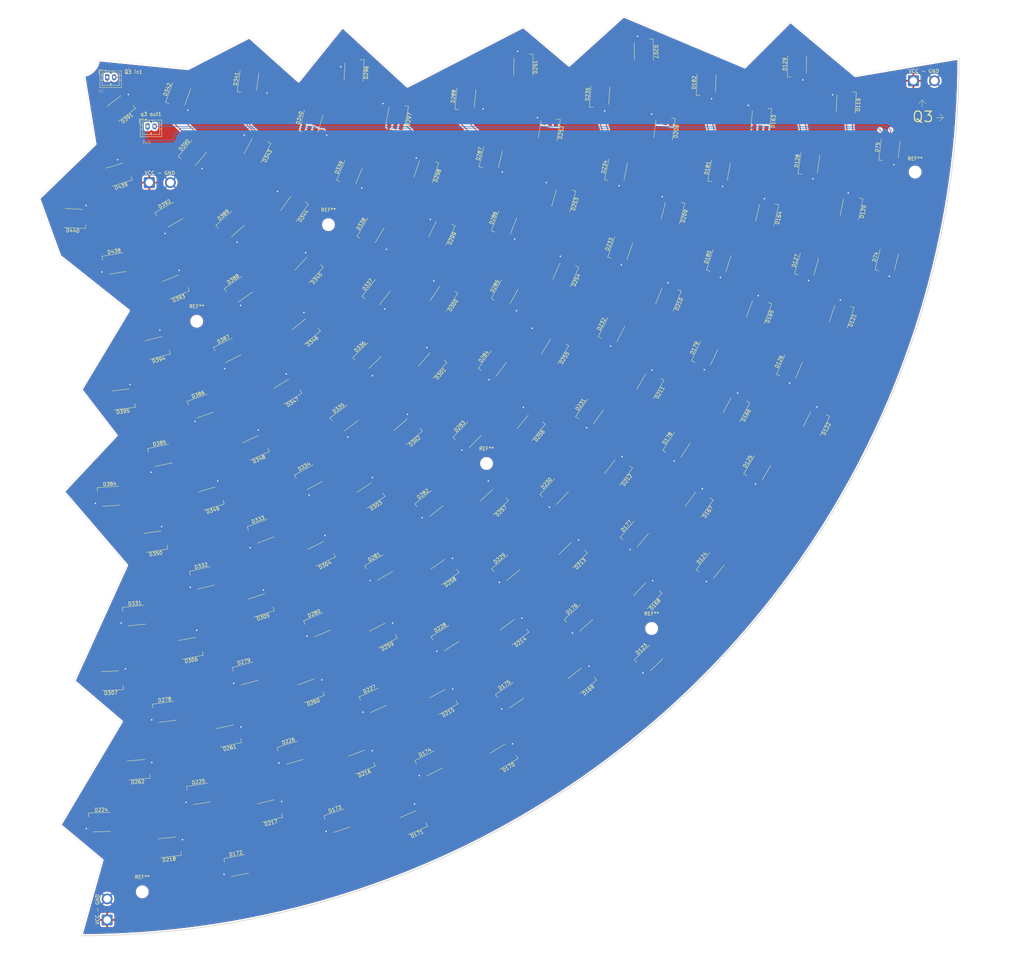
<source format=kicad_pcb>
(kicad_pcb (version 20240108) (generator "pcbnew") (generator_version "8.0")
  (layers (0 "F.Cu" signal) (31 "B.Cu" signal) (34 "B.Paste" user) (35 "F.Paste" user) (36 "B.SilkS" user "B.Silkscreen") (37 "F.SilkS" user "F.Silkscreen") (38 "B.Mask" user) (39 "F.Mask" user) (44 "Edge.Cuts" user))
  (net 0 "")
  (net 1 "VCC")
  (net 2 "GND")
  (net 3 "Net-(D74-CO)")
  (net 4 "Net-(D74-DO)")
  (net 5 "Net-(D119-DO)")
  (net 6 "Net-(D119-CO)")
  (net 7 "Net-(D120-DO)")
  (net 8 "Net-(D120-CO)")
  (net 9 "Net-(D121-CO)")
  (net 10 "Net-(D121-DO)")
  (net 11 "Net-(D122-DO)")
  (net 12 "Net-(D122-CO)")
  (net 13 "Net-(D123-CO)")
  (net 14 "Net-(D123-DO)")
  (net 15 "Net-(D124-DO)")
  (net 16 "Net-(D124-CO)")
  (net 17 "Net-(D125-DO)")
  (net 18 "Net-(D125-CO)")
  (net 19 "Net-(D126-DO)")
  (net 20 "Net-(D126-CO)")
  (net 21 "Net-(D127-CO)")
  (net 22 "Net-(D127-DO)")
  (net 23 "Net-(D128-CO)")
  (net 24 "Net-(D128-DO)")
  (net 25 "Net-(D75-CO)")
  (net 26 "Net-(D75-DO)")
  (net 27 "Net-(D163-DO)")
  (net 28 "Net-(D163-CO)")
  (net 29 "Net-(D164-CO)")
  (net 30 "Net-(D164-DO)")
  (net 31 "Net-(D165-DO)")
  (net 32 "Net-(D165-CO)")
  (net 33 "Net-(D166-CO)")
  (net 34 "Net-(D166-DO)")
  (net 35 "Net-(D167-CO)")
  (net 36 "Net-(D167-DO)")
  (net 37 "Net-(D168-DO)")
  (net 38 "Net-(D168-CO)")
  (net 39 "Net-(D169-CO)")
  (net 40 "Net-(D169-DO)")
  (net 41 "Net-(D170-CO)")
  (net 42 "Net-(D170-DO)")
  (net 43 "Net-(D172-DO)")
  (net 44 "Net-(D172-CO)")
  (net 45 "Net-(D173-CO)")
  (net 46 "Net-(D173-DO)")
  (net 47 "Net-(D174-DO)")
  (net 48 "Net-(D174-CO)")
  (net 49 "Net-(D175-DO)")
  (net 50 "Net-(D175-CO)")
  (net 51 "Net-(D176-DO)")
  (net 52 "Net-(D176-CO)")
  (net 53 "Net-(D177-DO)")
  (net 54 "Net-(D177-CO)")
  (net 55 "Net-(D178-DO)")
  (net 56 "Net-(D178-CO)")
  (net 57 "Net-(D179-DO)")
  (net 58 "Net-(D179-CO)")
  (net 59 "Net-(D180-CO)")
  (net 60 "Net-(D180-DO)")
  (net 61 "Net-(D181-DO)")
  (net 62 "Net-(D181-CO)")
  (net 63 "Net-(D119-CI)")
  (net 64 "Net-(D119-DI)")
  (net 65 "Net-(D207-CO)")
  (net 66 "Net-(D207-DO)")
  (net 67 "Net-(D208-CO)")
  (net 68 "Net-(D208-DO)")
  (net 69 "Net-(D209-DO)")
  (net 70 "Net-(D209-CO)")
  (net 71 "Net-(D210-CO)")
  (net 72 "Net-(D210-DO)")
  (net 73 "Net-(D211-CO)")
  (net 74 "Net-(D211-DO)")
  (net 75 "Net-(D212-DO)")
  (net 76 "Net-(D212-CO)")
  (net 77 "Net-(D213-DO)")
  (net 78 "Net-(D213-CO)")
  (net 79 "Net-(D214-DO)")
  (net 80 "Net-(D214-CO)")
  (net 81 "Net-(D215-CO)")
  (net 82 "Net-(D215-DO)")
  (net 83 "Net-(D216-DO)")
  (net 84 "Net-(D216-CO)")
  (net 85 "Net-(D217-CO)")
  (net 86 "Net-(D217-DO)")
  (net 87 "Net-(D123-CI)")
  (net 88 "Net-(D123-DI)")
  (net 89 "Net-(D224-CO)")
  (net 90 "Net-(D224-DO)")
  (net 91 "Net-(D225-DO)")
  (net 92 "Net-(D225-CO)")
  (net 93 "Net-(D226-CO)")
  (net 94 "Net-(D226-DO)")
  (net 95 "Net-(D227-DO)")
  (net 96 "Net-(D227-CO)")
  (net 97 "Net-(D228-CO)")
  (net 98 "Net-(D228-DO)")
  (net 99 "Net-(D229-DO)")
  (net 100 "Net-(D229-CO)")
  (net 101 "Net-(D230-DO)")
  (net 102 "Net-(D230-CO)")
  (net 103 "Net-(D231-CO)")
  (net 104 "Net-(D231-DO)")
  (net 105 "Net-(D232-DO)")
  (net 106 "Net-(D232-CO)")
  (net 107 "Net-(D233-CO)")
  (net 108 "Net-(D233-DO)")
  (net 109 "Net-(D234-DO)")
  (net 110 "Net-(D234-CO)")
  (net 111 "Net-(D251-DO)")
  (net 112 "Net-(D251-CO)")
  (net 113 "Net-(D252-DO)")
  (net 114 "Net-(D252-CO)")
  (net 115 "Net-(D253-CO)")
  (net 116 "Net-(D253-DO)")
  (net 117 "Net-(D254-DO)")
  (net 118 "Net-(D254-CO)")
  (net 119 "Net-(D255-DO)")
  (net 120 "Net-(D255-CO)")
  (net 121 "Net-(D256-CO)")
  (net 122 "Net-(D256-DO)")
  (net 123 "Net-(D257-CO)")
  (net 124 "Net-(D384-DO)")
  (net 125 "Net-(D257-DO)")
  (net 126 "Net-(D384-CO)")
  (net 127 "Net-(D258-CO)")
  (net 128 "Net-(D258-DO)")
  (net 129 "Net-(D259-DO)")
  (net 130 "Net-(D259-CO)")
  (net 131 "Net-(D260-DO)")
  (net 132 "Net-(D260-CO)")
  (net 133 "Net-(D261-CO)")
  (net 134 "Net-(D261-DO)")
  (net 135 "Net-(D163-CI)")
  (net 136 "Net-(D163-DI)")
  (net 137 "Net-(D278-CO)")
  (net 138 "Net-(D278-DO)")
  (net 139 "Net-(D279-DO)")
  (net 140 "Net-(D279-CO)")
  (net 141 "Net-(D280-CO)")
  (net 142 "Net-(D280-DO)")
  (net 143 "Net-(D281-DO)")
  (net 144 "Net-(D281-CO)")
  (net 145 "Net-(D282-DO)")
  (net 146 "Net-(D282-CO)")
  (net 147 "Net-(D283-CO)")
  (net 148 "Net-(D283-DO)")
  (net 149 "Net-(D284-CO)")
  (net 150 "Net-(D284-DO)")
  (net 151 "Net-(D285-CO)")
  (net 152 "Net-(D285-DO)")
  (net 153 "Net-(D286-CO)")
  (net 154 "Net-(D286-DO)")
  (net 155 "Net-(D287-CO)")
  (net 156 "Net-(D287-DO)")
  (net 157 "Net-(D172-CI)")
  (net 158 "Net-(D172-DI)")
  (net 159 "Net-(D296-DO)")
  (net 160 "Net-(D296-CO)")
  (net 161 "Net-(D297-CO)")
  (net 162 "Net-(D297-DO)")
  (net 163 "Net-(D298-CO)")
  (net 164 "Net-(D298-DO)")
  (net 165 "Net-(D299-DO)")
  (net 166 "Net-(D299-CO)")
  (net 167 "Net-(D300-DO)")
  (net 168 "Net-(D300-CO)")
  (net 169 "Net-(D301-DO)")
  (net 170 "Net-(D301-CO)")
  (net 171 "Net-(D302-CO)")
  (net 172 "Net-(D302-DO)")
  (net 173 "Net-(D303-DO)")
  (net 174 "Net-(D303-CO)")
  (net 175 "Net-(D304-DO)")
  (net 176 "Net-(D304-CO)")
  (net 177 "Net-(D305-CO)")
  (net 178 "Net-(D305-DO)")
  (net 179 "Net-(D306-CO)")
  (net 180 "Net-(D306-DO)")
  (net 181 "Net-(D331-DO)")
  (net 182 "Net-(D331-CO)")
  (net 183 "Net-(D332-CO)")
  (net 184 "Net-(D332-DO)")
  (net 185 "Net-(D333-CO)")
  (net 186 "Net-(D333-DO)")
  (net 187 "Net-(D334-DO)")
  (net 188 "Net-(D334-CO)")
  (net 189 "Net-(D335-DO)")
  (net 190 "Net-(D335-CO)")
  (net 191 "Net-(D336-DO)")
  (net 192 "Net-(D336-CO)")
  (net 193 "Net-(D337-CO)")
  (net 194 "Net-(D337-DO)")
  (net 195 "Net-(D338-CO)")
  (net 196 "Net-(D338-DO)")
  (net 197 "Net-(D339-CO)")
  (net 198 "Net-(D339-DO)")
  (net 199 "Net-(D340-DO)")
  (net 200 "Net-(D340-CO)")
  (net 201 "Net-(D342-DO)")
  (net 202 "Net-(D342-CO)")
  (net 203 "Net-(D343-DO)")
  (net 204 "Net-(D343-CO)")
  (net 205 "Net-(D344-CO)")
  (net 206 "Net-(D344-DO)")
  (net 207 "Net-(D345-CO)")
  (net 208 "Net-(D345-DO)")
  (net 209 "Net-(D346-DO)")
  (net 210 "Net-(D346-CO)")
  (net 211 "Net-(D347-CO)")
  (net 212 "Net-(D347-DO)")
  (net 213 "Net-(D348-DO)")
  (net 214 "Net-(D348-CO)")
  (net 215 "Net-(D349-DO)")
  (net 216 "Net-(D349-CO)")
  (net 217 "Net-(D207-DI)")
  (net 218 "Net-(D207-CI)")
  (net 219 "Net-(D385-DO)")
  (net 220 "Net-(D385-CO)")
  (net 221 "Net-(D386-DO)")
  (net 222 "Net-(D386-CO)")
  (net 223 "Net-(D387-CO)")
  (net 224 "Net-(D387-DO)")
  (net 225 "Net-(D388-DO)")
  (net 226 "Net-(D388-CO)")
  (net 227 "Net-(D389-DO)")
  (net 228 "Net-(D389-CO)")
  (net 229 "Net-(D224-CI)")
  (net 230 "Net-(D224-DI)")
  (net 231 "Net-(D391-DO)")
  (net 232 "Net-(D391-CO)")
  (net 233 "Net-(D392-DO)")
  (net 234 "Net-(D392-CO)")
  (net 235 "Net-(D393-CO)")
  (net 236 "Net-(D393-DO)")
  (net 237 "Net-(D394-CO)")
  (net 238 "Net-(D394-DO)")
  (net 239 "Net-(D251-DI)")
  (net 240 "Net-(D251-CI)")
  (net 241 "Net-(D439-CO)")
  (net 242 "Net-(D439-DO)")
  (net 243 "Net-(D278-DI)")
  (net 244 "Net-(D278-CI)")
  (net 245 "Net-(D296-CI)")
  (net 246 "Net-(D296-DI)")
  (net 247 "Net-(D391-CI)")
  (net 248 "Net-(D391-DI)")
  (net 249 "Net-(D331-DI)")
  (net 250 "Net-(D331-CI)")
  (net 251 "Net-(D342-CI)")
  (net 252 "Net-(D342-DI)")
  (net 253 "Net-(D384-DI)")
  (net 254 "Net-(D384-CI)")
  (net 255 "Net-(D392-DI)")
  (net 256 "Net-(D392-CI)")
  (net 257 "Net-(D438-CI)")
  (net 258 "Net-(D438-DI)")
  (footprint "LED_SMD:LED_RGB_5050-6" (layer "F.Cu") (at 403.177046 446.41464 -144.828)
    (property "Reference" "D258")
    (property "Value" "APA102")
  )
  (footprint "LED_SMD:LED_RGB_5050-6" (layer "F.Cu") (at 416.833921 328.152883 76.452)
    (property "Reference" "D287")
    (property "Value" "APA102")
  )
  (footprint "LED_SMD:LED_RGB_5050-6" (layer "F.Cu") (at 365.624693 317.997211 74.664)
    (property "Reference" "D340")
    (property "Value" "APA102")
  )
  (footprint "LED_SMD:LED_RGB_5050-6" (layer "F.Cu") (at 341.640698 493.117974 -167.832)
    (property "Reference" "D261")
    (property "Value" "APA102")
  )
  (footprint "LED_SMD:LED_RGB_5050-6" (layer "F.Cu") (at 457.941582 435.58284 49.356)
    (property "Reference" "D177")
    (property "Value" "APA102")
  )
  (footprint "LED_SMD:LED_RGB_5050-6" (layer "F.Cu") (at 373.463419 517.238062 18.684)
    (property "Reference" "D173")
    (property "Value" "APA102")
  )
  (footprint "LED_SMD:LED_RGB_5050-6" (layer "F.Cu") (at 437.840309 361.820701 -114.156)
    (property "Reference" "D254")
    (property "Value" "APA102")
  )
  (footprint "LED_SMD:LED_RGB_5050-6" (layer "F.Cu") (at 375.409642 402.567713 36.324)
    (property "Reference" "D335")
    (property "Value" "APA102")
  )
  (footprint "LED_SMD:LED_RGB_5050-6" (layer "F.Cu") (at 417.48352 387.098349 53.448)
    (property "Reference" "D284")
    (property "Value" "APA102")
  )
  (footprint "LED_SMD:LED_RGB_5050-6" (layer "F.Cu") (at 475.720635 427.275324 -125.916)
    (property "Reference" "D167")
    (property "Value" "APA102")
  )
  (footprint "LED_SMD:LED_RGB_5050-6" (layer "F.Cu") (at 315.953215 502.704822 -175.5)
    (property "Reference" "D262")
    (property "Value" "APA102")
  )
  (footprint "LED_SMD:LED_RGB_5050-6" (layer "F.Cu") (at 433.280034 320.68048 -98.82)
    (property "Reference" "D252")
    (property "Value" "APA102")
  )
  (footprint "LED_SMD:LED_RGB_5050-6" (layer "F.Cu") (at 321.317654 382.595748 -165.528)
    (property "Reference" "D394")
    (property "Value" "APA102")
  )
  (footprint "LED_SMD:LED_RGB_5050-6" (layer "F.Cu") (at 334.530997 399.159518 19.2)
    (property "Reference" "D386")
    (property "Value" "APA102")
  )
  (footprint "LED_SMD:LED_RGB_5050-6" (layer "F.Cu") (at 492.861675 416.745981 58.812)
    (property "Reference" "D125")
    (property "Value" "APA102")
  )
  (footprint "LED_SMD:LED_RGB_5050-6" (layer "F.Cu") (at 506.755969 358.708765 74.148)
    (property "Reference" "D127")
    (property "Value" "APA102")
  )
  (footprint "LED_SMD:LED_RGB_5050-6" (layer "F.Cu") (at 434.712523 383.603444 -121.824)
    (property "Reference" "D255")
    (property "Value" "APA102")
  )
  (footprint "LED_SMD:LED_RGB_5050-6" (layer "F.Cu") (at 503.864854 301.836035 89.484)
    (property "Reference" "D129")
    (property "Value" "APA102")
  )
  (footprint "LED_SMD:LED_RGB_5050-6" (layer "F.Cu") (at 493.648798 317.773375 -95.244)
    (property "Reference" "D163")
    (property "Value" "APA102")
  )
  (footprint "LED_SMD:LED_RGB_5050-6" (layer "F.Cu") (at 349.297755 411.100095 -156.072)
    (property "Reference" "D348")
    (property "Value" "APA102")
  )
  (footprint "LED_SMD:LED_RGB_5050-6" (layer "F.Cu") (at 347.686776 306.420386 82.332)
    (property "Reference" "D341")
    (property "Value" "APA102")
  )
  (footprint "LED_SMD:LED_RGB_5050-6" (layer "F.Cu") (at 308.431769 424.837515 3.864)
    (property "Reference" "D384")
    (property "Value" "APA102")
  )
  (footprint "LED_SMD:LED_RGB_5050-6" (layer "F.Cu") (at 358.478852 395.070888 -148.404)
    (property "Reference" "D347")
    (property "Value" "APA102")
  )
  (footprint "LED_SMD:LED_RGB_5050-6" (layer "F.Cu") (at 351.702594 434.774225 20.988)
    (property "Reference" "D333")
    (property "Value" "APA102")
  )
  (footprint "LED_SMD:LED_RGB_5050-6" (layer "F.Cu") (at 466.083701 320.486677 -97.032)
    (property "Reference" "D208")
    (property "Value" "APA102")
  )
  (footprint "LED_SMD:LED_RGB_5050-6" (layer "F.Cu") (at 382.7711 349.091189 59.328)
    (property "Reference" "D338")
    (property "Value" "APA102")
  )
  (footprint "MountingHole:MountingHole_3.2mm_M3_DIN965" (layer "F.Cu") (at 537.5 332.5)
    (property "Reference" "REF**")
    (property "Value" "MountingHole_3.2mm_M3_DIN965")
  )
  (footprint "LED_SMD:LED_RGB_5050-6" (layer "F.Cu") (at 399.556975 426.914966 38.112)
    (property "Reference" "D282")
    (property "Value" "APA102")
  )
  (footprint "LED_SMD:LED_RGB_5050-6" (layer "F.Cu") (at 402.873094 483.377688 -150.708)
    (property "Reference" "D215")
    (property "Value" "APA102")
  )
  (footprint "LED_SMD:LED_RGB_5050-6" (layer "F.Cu") (at 410.338242 407.374215 45.78)
    (property "Reference" "D283")
    (property "Value" "APA102")
  )
  (footprint "LED_SMD:LED_RGB_5050-6" (layer "F.Cu") (at 297.882312 345.71942 177.348)
    (property "Reference" "D440")
    (property "Value" "APA102")
  )
  (footprint "LED_SMD:LED_RGB_5050-6" (layer "F.Cu") (at 452.729668 418.059935 -127.704)
    (property "Reference" "D212")
    (property "Value" "APA102")
  )
  (footprint "LED_SMD:LED_RGB_5050-6" (layer "F.Cu") (at 419.987024 499.061834 -148.92)
    (property "Reference" "D170")
    (property "Value" "APA102")
  )
  (footprint "LED_SMD:LED_RGB_5050-6" (layer "F.Cu") (at 404.169041 465.212925 32.232)
    (property "Reference" "D228")
    (property "Value" "APA102")
  )
  (footprint "LED_SMD:LED_RGB_5050-6" (layer "F.Cu") (at 324.321671 486.248372 7.44)
    (property "Reference" "D278")
    (property "Value" "APA102")
  )
  (footprint "LED_SMD:LED_RGB_5050-6" (layer "F.Cu") (at 399.810235 387.623723 -131.28)
    (property "Reference" "D301")
    (property "Value" "APA102")
  )
  (footprint "Connector_Wire:SolderWire-1.5sqmm_1x02_P6mm_D1.7mm_OD3mm" (layer "F.Cu") (at 537 306.5)
    (property "Reference" "VCC - GND")
    (property "Value" "SolderWire-1.5sqmm_1x02_P6mm_D1.7mm_OD3mm")
  )
  (footprint "LED_SMD:LED_RGB_5050-6" (layer "F.Cu") (at 478.046857 307.16355 87.696)
    (property "Reference" "D182")
    (property "Value" "APA102")
  )
  (footprint "LED_SMD:LED_RGB_5050-6" (layer "F.Cu") (at 516.415423 373.640101 -108.792)
    (property "Reference" "D121")
    (property "Value" "APA102")
  )
  (footprint "LED_SMD:LED_RGB_5050-6" (layer "F.Cu") (at 332.113474 327.068889 49.872)
    (property "Reference" "D390")
    (property "Value" "APA102")
  )
  (footprint "LED_SMD:LED_RGB_5050-6" (layer "F.Cu") (at 389.972481 316.850894 -100.608)
    (property "Reference" "D297")
    (property "Value" "APA102")
  )
  (footprint "LED_SMD:LED_RGB_5050-6" (layer "F.Cu") (at 409.545521 311.281782 84.12)
    (property "Reference" "D288")
    (property "Value" "APA102")
  )
  (footprint "LED_SMD:LED_RGB_5050-6" (layer "F.Cu") (at 492.876842 372.42081 -110.58)
    (property "Reference" "D165")
    (property "Value" "APA102")
  )
  (footprint "LED_SMD:LED_RGB_5050-6" (layer "F.Cu") (at 336.602256 425.495118 -163.74)
    (property "Reference" "D349")
    (property "Value" "APA102")
  )
  (footprint "LED_SMD:LED_RGB_5050-6" (layer "F.Cu") (at 385.291021 445.119576 30.444)
    (property "Reference" "D281")
    (property "Value" "APA102")
  )
  (footprint "LED_SMD:LED_RGB_5050-6" (layer "F.Cu") (at 311.065215 314.432983 -142.524)
    (property "Reference" "D391")
    (property "Value" "APA102")
  )
  (footprint "LED_SMD:LED_RGB_5050-6" (layer "F.Cu") (at 394.310954 517.814585 -156.588)
    (property "Reference" "D171")
    (property "Value" "APA102")
  )
  (footprint "LED_SMD:LED_RGB_5050-6" (layer "F.Cu") (at 353.299912 514.475801 -166.044)
    (property "Reference" "D217")
    (property "Value" "APA102")
  )
  (footprint "LED_SMD:LED_RGB_5050-6" (layer "F.Cu") (at 486.372789 400.133328 -118.248)
    (property "Reference" "D166")
    (property "Value" "APA102")
  )
  (footprint "LED_SMD:LED_RGB_5050-6" (layer "F.Cu") (at 379.48762 500.517376 -158.376)
    (property "Reference" "D216")
    (property "Value" "APA102")
  )
  (footprint "LED_SMD:LED_RGB_5050-6" (layer "F.Cu") (at 451.303611 377.412641 62.904)
    (property "Reference" "D232")
    (property "Value" "APA102")
  )
  (footprint "LED_SMD:LED_RGB_5050-6" (layer "F.Cu") (at 334.053102 509.601136 9.228)
    (property "Reference" "D225")
    (property "Value" "APA102")
  )
  (footprint "MountingHole:MountingHole_3.2mm_M3" (layer "F.Cu") (at 317.5 537.5)
    (property "Reference" "REF**")
    (property "Value" "MountingHole_3.2mm_M3")
  )
  (footprint "LED_SMD:LED_RGB_5050-6" (layer "F.Cu") (at 453.722431 354.218667 70.572)
    (property "Reference" "D233")
    (property "Value" "APA102")
  )
  (footprint "LED_SMD:LED_RGB_5050-6" (layer "F.Cu") (at 452.471168 331.741812 78.24)
    (property "Reference" "D234")
    (property "Value" "APA102")
  )
  (footprint "LED_SMD:LED_RGB_5050-6" (layer "F.Cu") (at 350.814159 455.94525 -161.952)
    (property "Reference" "D305")
    (property "Value" "APA102")
  )
  (footprint "LED_SMD:LED_RGB_5050-6" (layer "F.Cu") (at 423.066961 463.552814 -143.04)
    (property "Reference" "D214")
    (property "Value" "APA102")
  )
  (footprint "LED_SMD:LED_RGB_5050-6" (layer "F.Cu") (at 479.513462 444.621632 51.144)
    (property "Reference" "D124")
    (property "Value" "APA102")
  )
  (footprint "LED_SMD:LED_RGB_5050-6" (layer "F.Cu") (at 460.984999 453.218242 -133.584)
    (property "Reference" "D168")
    (property "Value" "APA102")
  )
  (footprint "LED_SMD:LED_RGB_5050-6" (layer "F.Cu") (at 320.810779 437.734931 -171.408)
    (property "Reference" "D350")
    (property "Value" "APA102")
  )
  (footprint "LED_SMD:LED_RGB_5050-6" (layer "F.Cu") (at 447.743131 310.569624 85.908)
    (property "Reference" "D235")
    (property "Value" "APA102")
  )
  (footprint "LED_SMD:LED_RGB_5050-6" (layer "F.Cu") (at 467.056581 368.746626 -112.368)
    (property "Reference" "D210")
    (property "Value" "APA102")
  )
  (footprint "LED_SMD:LED_RGB_5050-6" (layer "F.Cu") (at 367.774739 461.418972 22.776)
    (property "Reference" "D280")
    (property "Value" "APA102")
  )
  (footprint "LED_SMD:LED_RGB_5050-6" (layer "F.Cu") (at 327.896083 310.188646 69.936)
    (property "Reference" "D342")
    (property "Value" "APA102")
  )
  (footprint "LED_SMD:LED_RGB_5050-6" (layer "F.Cu") (at 385.650604 464.505239 -152.496)
    (property "Reference" "D259")
    (property "Value" "APA102")
  )
  (footprint "LED_SMD:LED_RGB_5050-6" (layer "F.Cu") (at 325.570217 344.633664 29.808)
    (property "Reference" "D392")
    (property "Value" "APA102")
  )
  (footprint "Connector_JST:JST_PH_B2B-PH-K_1x02_P2.00mm_Vertical" (layer "F.Cu") (at 319 319.5)
    (property "Reference" "q3 out1")
    (property "Value" "Conn_01x02_Pin")
  )
  (footprint "LED_SMD:LED_RGB_5050-6" (layer "F.Cu") (at 365.26459 419.425848 28.656)
    (property "Reference" "D334")
    (property "Value" "APA102")
  )
  (footprint "LED_SMD:LED_RGB_5050-6" (layer "F.Cu") (at 326.545339 365.242585 -157.86)
    (property "Reference" "D393")
    (property "Value" "APA102")
  )
  (footprint "LED_SMD:LED_RGB_5050-6" (layer "F.Cu") (at 437.312371 340.642497 -106.488)
    (property "Reference" "D253")
    (property "Value" "APA102")
  )
  (footprint "LED_SMD:LED_RGB_5050-6" (layer "F.Cu") (at 363.740366 377.975417 -140.736)
    (property "Reference" "D346")
    (property "Value" "APA102")
  )
  (footprint "LED_SMD:LED_RGB_5050-6" (layer "F.Cu") (at 495.261841 344.763974 -102.912)
    (property "Reference" "D164")
    (property "Value" "APA102")
  )
  (footprint "LED_SMD:LED_RGB_5050-6" (layer "F.Cu") (at 517.84151 313.155849 -93.456)
    (property "Reference" "D119")
    (property "Value" "APA102")
  )
  (footprint "LED_SMD:LED_RGB_5050-6" (layer "F.Cu") (at 509.138561 404.090402 -116.46)
    (property "Reference" "D122")
    (property "Value" "APA102")
  )
  (footprint "LED_SMD:LED_RGB_5050-6" (layer "F.Cu") (at 324.772283 524.816222 -173.712)
    (property "Reference" "D218")
    (property "Value" "APA102")
  )
  (footprint "LED_SMD:LED_RGB_5050-6" (layer "F.Cu") (at 529.564132 357.509208 75.936)
    (property "Reference" "D74")
    (property "Value" "APA102")
  )
  (footprint "LED_SMD:LED_RGB_5050-6" (layer "F.Cu") (at 308.401893 477.37223 -177.288)
    (property "Reference" "D307")
    (property "Value" "APA102")
  )
  (footprint "LED_SMD:LED_RGB_5050-6" (layer "F.Cu") (at 425.974532 302.533209 -91.152)
    (property "Reference" "D251")
    (property "Value" "APA102")
  )
  (footprint "LED_SMD:LED_RGB_5050-6" (layer "F.Cu") (at 330.79702 468.130287 -169.62)
    (property "Reference" "D306")
    (property "Value" "APA102")
  )
  (footprint "LED_SMD:LED_RGB_5050-6" (layer "F.Cu") (at 342.905429 347.311458 42.204)
    (property "Reference" "D389")
    (property "Value" "APA102")
  )
  (footprint "LED_SMD:LED_RGB_5050-6" (layer "F.Cu") (at 344.774038 529.999533 11.016)
    (property "Reference" "D172")
    (property "Value" "APA102")
  )
  (footprint "LED_SMD:LED_RGB_5050-6" (layer "F.Cu") (at 310.420923 333.228818 -162.588)
    (property "Reference" "D439")
    (property "Value" "APA102")
  )
  (footprint "LED_SMD:LED_RGB_5050-6" (layer "F.Cu") (at 481.773159 357.801545 72.36)
    (property "Reference" "D180")
    (property "Value" "APA102")
  )
  (footprint "LED_SMD:LED_RGB_5050-6" (layer "F.Cu") (at 403.095614 368.52769 -123.612)
    (property "Reference" "D300")
    (property "Value" "APA102")
  )
  (footprint "MountingHole:MountingHole_3.2mm_M3" (layer "F.Cu") (at 462.5 462.5)
    (property "Reference" "REF**")
    (property "Value" "MountingHole_3.2mm_M3")
  )
  (footprint "LED_SMD:LED_RGB_5050-6" (layer "F.Cu") (at 469.890954 410.227327 57.024)
    (property "Reference" "D178")
    (property "Value" "APA102")
  )
  (footprint "LED_SMD:LED_RGB_5050-6" (layer "F.Cu") (at 530.27254 325.812925 83.604)
    (property "Reference" "D75")
    (property "Value" "APA102")
  )
  (footprint "LED_SMD:LED_RGB_5050-6" (layer "F.Cu") (at 350.049213 326.312092 -117.732)
    (property "Reference" "D343")
    (property "Value" "APA102")
  )
  (footprint "LED_SMD:LED_RGB_5050-6" (layer "F.Cu") (at 462.029359 470.886619 43.476)
    (property "Reference" "D123")
    (property "Value" "APA102")
  )
  (footprint "LED_SMD:LED_RGB_5050-6" (layer "F.Cu") (at 315.71702 458.810343 5.652)
    (property "Reference" "D331")
    (property "Value" "APA102")
  )
  (footprint "Connector_Wire:SolderWire-1.5sqmm_1x02_P6mm_D1.7mm_OD3mm" (layer "F.Cu") (at 307.5 545.5 90)
    (property "Reference" "VCC - GND")
    (property "Value" "SolderWire-1.5sqmm_1x02_P6mm_D1.7mm_OD3mm")
  )
  (footprint "Connector_JST:JST_PH_B2B-PH-K_1x02_P2.00mm_Vertical" (layer "F.Cu") (at 307.5 305.5)
    (property "Reference" "Q3 in1")
    (property "Value" "Conn_01x02_Pin")
  )
  (footprint "LED_SMD:LED_RGB_5050-6" (layer "F.Cu") (at 460.265669 298.22093 -89.364)
    (property "Reference" "D207")
    (property "Value" "APA102")
  )
  (footprint "LED_SMD:LED_RGB_5050-6" (layer "F.Cu") (at 382.115119 424.609819 -146.616)
    (property "Reference" "D303")
    (property "Value" "APA102")
  )
  (footprint "LED_SMD:LED_RGB_5050-6" (layer "F.Cu") (at 402.564546 349.900039 -115.944)
    (property "Reference" "D299")
    (property "Value" "APA102")
  )
  (footprint "LED_SMD:LED_RGB_5050-6" (layer "F.Cu") (at 335.055929 448.066139 13.32)
    (property "Reference" "D332")
    (property "Value" "APA102")
  )
  (footprint "LED_SMD:LED_RGB_5050-6" (layer "F.Cu") (at 305.927503 517.651934 1.56)
    (property "Reference" "D224")
    (property "Value" "APA102")
  )
  (footprint "LED_SMD:LED_RGB_5050-6" (layer "F.Cu") (at 507.341059 329.819202 81.816)
    (property "Reference" "D128")
    (property "Value" "APA102")
  )
  (footprint "LED_SMD:LED_RGB_5050-6" (layer "F.Cu") (at 421.420925 445.217797 39.9)
    (property "Reference" "D229")
    (property "Value" "APA102")
  )
  (footprint "LED_SMD:LED_RGB_5050-6" (layer "F.Cu") (at 442.323976 477.34468 -141.252)
    (property "Reference" "D169")
    (property "Value" "APA102")
  )
  (footprint "LED_SMD:LED_RGB_5050-6" (layer "F.Cu") (at 368.036519 441.268475 -154.284)
    (property "Reference" "D304")
    (property "Value" "APA102")
  )
  (footprint "LED_SMD:LED_RGB_5050-6" (layer "F.Cu") (at 461.842248 393.575299 -120.036)
    (property "Reference" "D211")
    (property "Value" "APA102")
  )
  (footprint "LED_SMD:LED_RGB_5050-6" (layer "F.Cu") (at 399.52721 500.918725 26.352)
    (property "Reference" "D174")
    (property "Value" "APA102")
  )
  (footprint "LED_SMD:LED_RGB_5050-6" (layer "F.Cu") (at 398.196536 332.429774 -108.276)
    (property "Reference" "D298")
    (property "Value" "APA102")
  )
  (footprint "LED_SMD:LED_RGB_5050-6" (layer "F.Cu") (at 477.837062 384.093575 64.692)
    (property "Reference" "D179")
    (property "Value" "APA102")
  )
  (footprint "LED_SMD:LED_RGB_5050-6" (layer "F.Cu") (at 501.951682 387.894925 66.48)
    (property "Reference" "D126")
    (property "Value" "APA102")
  )
  (footprint "LED_SMD:LED_RGB_5050-6" (layer "F.Cu") (at 420.67875 346.846976 68.784)
    (property "Reference" "D286")
    (property "Value" "APA102")
  )
  (footprint "LED_SMD:LED_RGB_5050-6" (layer "F.Cu") (at 311.602975 397.247729 -173.196)
    (property "Reference" "D395")
    (property "Value" "APA102")
  )
  (footprint "MountingHole:MountingHole_3.2mm_M3" (layer "F.Cu") (at 333 375)
    (property "Reference" "REF**")
    (property "Value" "MountingHole_3.2mm_M3")
  )
  (footprint "LED_SMD:LED_RGB_5050-6" (layer "F.Cu") (at 392.773621 406.528424 -138.948)
    (property "Reference" "D302")
    (property "Value" "APA102")
  )
  (footprint "LED_SMD:LED_RGB_5050-6" (layer "F.Cu") (at 347.322187 475.286509 15.108)
    (property "Reference" "D279")
    (property "Value" "APA102")
  )
  (footprint "LED_SMD:LED_RGB_5050-6" (layer "F.Cu") (at 468.42337 344.185044 -104.7)
    (property "Reference" "D209")
    (property "Value" "APA102")
  )
  (footprint "LED_SMD:LED_RGB_5050-6" (layer "F.Cu") (at 377.76759 303.993969 -92.94)
    (property "Reference" "D296")
    (property "Value" "APA102")
  )
  (footprint "LED_SMD:LED_RGB_5050-6" (layer "F.Cu") (at 360.520151 343.009432 -125.4)
    (property "Reference" "D344")
    (property "Value" "APA102")
  )
  (footprint "LED_SMD:LED_RGB_5050-6" (layer "F.Cu") (at 427.863034 405.37217 -129.492)
    (property "Reference" "D256")
    (property "Value" "APA102")
  )
  (footprint "LED_SMD:LED_RGB_5050-6" (layer "F.Cu") (at 417.314128 426.510455 -137.16)
    (property "Reference" "D257")
    (property "Value" "APA102")
  )
  (footprint "LED_SMD:LED_RGB_5050-6" (layer "F.Cu") (at 323.090205 413.168425 11.532)
    (property "Reference" "D385")
    (property "Value" "APA102")
  )
  (footprint "LED_SMD:LED_RGB_5050-6" (layer "F.Cu") (at 381.86213 384.794407 43.992)
    (property "Reference" "D336")
    (property "Value" "APA102")
  )
  (footprint "LED_SMD:LED_RGB_5050-6" (layer "F.Cu") (at 481.784716 331.961959 80.028)
    (property "Reference" "D181")
    (property "Value" "APA102")
  )
  (footprint "LED_SMD:LED_RGB_5050-6" (layer "F.Cu") (at 435.122825 423.522556 47.568)
    (property "Reference" "D230")
    (property "Value" "APA102")
  )
  (footprint "LED_SMD:LED_RGB_5050-6" (layer "F.Cu") (at 442.088659 459.544078 41.688)
    (property "Reference" "D176")
    (property "Value" "APA102")
  )
  (footprint "LED_SMD:LED_RGB_5050-6" (layer "F.Cu") (at 364.634548 360.416265 -133.068)
    (property "Reference" "D345")
    (property "Value" "APA102")
  )
  (footprint "LED_SMD:LED_RGB_5050-6" (layer "F.Cu") (at 420.925483 366.7104 61.116)
    (property "Reference" "D285")
    (property "Value" "APA102")
  )
  (footprint "LED_SMD:LED_RGB_5050-6" (layer "F.Cu") (at 376.713674 332.569343 66.996)
    (property "Reference" "D339")
    (property "Value" "APA102")
  )
  (footprint "LED_SMD:LED_RGB_5050-6" (layer "F.Cu") (at 365.017823 480.238543 -160.164)
    (property "Reference" "D260")
    (property "Value" "APA102")
  )
  (footprint "LED_SMD:LED_RGB_5050-6" (layer "F.Cu") (at 445.108924 400.718171 55.236)
    (property "Reference" "D231")
    (property "Value" "APA102")
  )
  (footprint "Connector_Wire:SolderWire-1.5sqmm_1x02_P6mm_D1.7mm_OD3mm" (layer "F.Cu") (at 319.5 335.5)
    (property "Reference" "VCC - GND")
    (property "Value" "SolderWire-1.5sqmm_1x02_P6mm_D1.7mm_OD3mm")
  )
  (footprint "MountingHole:MountingHole_3.2mm_M3" (layer "F.Cu") (at 415.5 415.5)
    (property "Reference" "REF**")
    (property "Value" "MountingHole_3.2mm_M3")
  )
  (footprint "LED_SMD:LED_RGB_5050-6" (layer "F.Cu") (at 519.28111 343.116639 -101.124)
    (property "Reference" "D120")
    (property "Value" "APA102")
  )
  (footprint "LED_SMD:LED_RGB_5050-6" (layer "F.Cu") (at 360.11096 497.898136 16.896)
    (property "Reference" "D226")
    (property "Value" "APA102")
  )
  (footprint "LED_SMD:LED_RGB_5050-6" (layer "F.Cu") (at 383.620391 482.946385 24.564)
    (property "Reference" "D227")
    (property "Value" "APA102")
  )
  (footprint "LED_SMD:LED_RGB_5050-6" (layer "F.Cu") (at 439.760172 441.586878 -135.372)
    (property "Reference" "D213")
    (property "Value" "APA102")
  )
  (footprint "MountingHole:MountingHole_3.2mm_M3" (layer "F.Cu") (at 370.5 347.5)
    (property "Reference" "REF**")
    (property "Value" "MountingHole_3.2mm_M3")
  )
  (footprint "LED_SMD:LED_RGB_5050-6" (layer "F.Cu") (at 310.052717 358.540096 9.744)
    (property "Reference" "D438")
    (property "Value" "APA102")
  )
  (footprint "LED_SMD:LED_RGB_5050-6" (layer "F.Cu") (at 342.17745 383.251502 26.868)
    (property "Reference" "D387")
    (property "Value" "APA102")
  )
  (footprint "LED_SMD:LED_RGB_5050-6" (layer "F.Cu") (at 422.52374 481.512211 34.02)
    (property "Reference" "D175")
    (property "Value" "APA102")
  )
  (footprint "LED_SMD:LED_RGB_5050-6" (layer "F.Cu") (at 345.334422 365.873288 34.536)
    (property "Reference" "D388")
    (property "Value" "APA102")
  )
  (footprint "LED_SMD:LED_RGB_5050-6" (layer "F.Cu") (at 384.389856 366.742806 51.66)
    (property "Reference" "D337")
    (property "Value" "APA102")
  )
  (gr_line (start 544.5 316) (end 545.5 317) (stroke (width 0.1)) (layer "F.SilkS"))
  (gr_line (start 539.5 314) (end 539.5 312) (stroke (width 0.1)) (layer "F.SilkS"))
  (gr_line (start 539.5 312) (end 540.5 313) (stroke (width 0.1)) (layer "F.SilkS"))
  (gr_line (start 545.5 317) (end 544.5 318) (stroke (width 0.1)) (layer "F.SilkS"))
  (gr_line (start 539.5 312) (end 538.5 313) (stroke (width 0.1)) (layer "F.SilkS"))
  (gr_line (start 543.5 317) (end 545.5 317) (stroke (width 0.1)) (layer "F.SilkS"))
  (gr_line (start 294 356.5) (end 288 340) (stroke (width 0.05)) (layer "Edge.Cuts"))
  (gr_line (start 294 518.5) (end 311.5 489) (stroke (width 0.05)) (layer "Edge.Cuts"))
  (gr_line (start 374.5 291) (end 362 306.5) (stroke (width 0.05)) (layer "Edge.Cuts"))
  (gr_line (start 502 289.5) (end 489 302.5) (stroke (width 0.05)) (layer "Edge.Cuts"))
  (gr_line (start 306 528.5) (end 294 518.5) (stroke (width 0.05)) (layer "Edge.Cuts"))
  (gr_line (start 288 340) (end 304 324.5) (stroke (width 0.05)) (layer "Edge.Cuts"))
  (gr_arc (start 304.999999 300.5) (mid 303.664163 303.43859) (end 300.816258 304.958197) (stroke (width 0.05)) (layer "Edge.Cuts"))
  (gr_line (start 330.5 303) (end 304.999999 300.5) (stroke (width 0.05)) (layer "Edge.Cuts"))
  (gr_line (start 520.5 305) (end 502 289.5) (stroke (width 0.05)) (layer "Edge.Cuts"))
  (gr_line (start 300 550) (end 306 528.5) (stroke (width 0.05)) (layer "Edge.Cuts"))
  (gr_line (start 426 291) (end 393 308) (stroke (width 0.05)) (layer "Edge.Cuts"))
  (gr_line (start 298 477.5) (end 313 444.5) (stroke (width 0.05)) (layer "Edge.Cuts"))
  (gr_line (start 300 394.5) (end 313.5 372) (stroke (width 0.05)) (layer "Edge.Cuts"))
  (gr_line (start 439 302) (end 454.5 288) (stroke (width 0.05)) (layer "Edge.Cuts"))
  (gr_line (start 348 294) (end 330.5 303) (stroke (width 0.05)) (layer "Edge.Cuts"))
  (gr_line (start 489 302.5) (end 454.5 288) (stroke (width 0.05)) (layer "Edge.Cuts"))
  (gr_arc (start 550 300) (mid 476.776695 476.776695) (end 300 550) (stroke (width 0.2)) (layer "Edge.Cuts"))
  (gr_line (start 304 324.5) (end 300.816258 304.958197) (stroke (width 0.05)) (layer "Edge.Cuts"))
  (gr_line (start 295 423.5) (end 310 407.5) (stroke (width 0.05)) (layer "Edge.Cuts"))
  (gr_line (start 393 308) (end 374.5 291) (stroke (width 0.05)) (layer "Edge.Cuts"))
  (gr_line (start 311.5 489) (end 298 477.5) (stroke (width 0.05)) (layer "Edge.Cuts"))
  (gr_line (start 362 306.5) (end 348 294) (stroke (width 0.05)) (layer "Edge.Cuts"))
  (gr_line (start 439 302) (end 426 291) (stroke (width 0.05)) (layer "Edge.Cuts"))
  (gr_line (start 550 300) (end 520.5 305) (stroke (width 0.05)) (layer "Edge.Cuts"))
  (gr_line (start 310 407.5) (end 300 394.5) (stroke (width 0.05)) (layer "Edge.Cuts"))
  (gr_line (start 313 444.5) (end 295 423.5) (stroke (width 0.05)) (layer "Edge.Cuts"))
  (gr_line (start 313.5 372) (end 294 356.5) (stroke (width 0.05)) (layer "Edge.Cuts"))
  (gr_text "out" (at 320 324.5 0) (layer "B.SilkS") (effects (font (size 1 1) (thickness 0.1)) (justify left bottom mirror)))
  (gr_text "in" (at 314 304 0) (layer "B.SilkS") (effects (font (size 1 1) (thickness 0.1)) (justify left bottom mirror)))
  (gr_text "in" (at 306.5 310 0) (layer "B.SilkS") (effects (font (size 1 1) (thickness 0.1)) (justify left bottom mirror)))
  (gr_text "Q3" (at 536.5 318.5 0) (layer "F.SilkS") (effects (font (size 3 3) (thickness 0.3)) (justify left bottom)))
  (segment (start 344.321144 368.634315) (end 345.5 369.813171) (width 0.8) (layer "F.Cu") (net 2))
  (segment (start 400.116069 384.698579) (end 398.5 383.08251) (width 0.8) (layer "F.Cu") (net 2))
  (segment (start 349.661294 323.396701) (end 348.264593 322) (width 0.8) (layer "F.Cu") (net 2))
  (segment (start 332.823567 403.176433) (end 332.5 403.5) (width 0.8) (layer "F.Cu") (net 2))
  (segment (start 388.743348 314.17896) (end 387.17896 314.17896) (width 0.8) (layer "F.Cu") (net 2))
  (segment (start 453.646334 334.437918) (end 453.238709 336.395937) (width 0.8) (layer "F.Cu") (net 2))
  (segment (start 328.669544 313.074371) (end 330.5 314.904827) (width 0.8) (layer "F.Cu") (net 2))
  (segment (start 445.137012 403.659125) (end 443.996617 405.30214) (width 0.8) (layer "F.Cu") (net 2))
  (segment (start 322.929869 433.570131) (end 323 433.5) (width 0.8) (layer "F.Cu") (net 2))
  (segment (start 494.141118 342.044787) (end 494.588026 340.095359) (width 0.8) (layer "F.Cu") (net 2))
  (segment (start 440.273961 438.691014) (end 441.697326 437.286013) (width 0.8) (layer "F.Cu") (net 2))
  (segment (start 340.804821 385.852635) (end 341 386.047814) (width 0.8) (layer "F.Cu") (net 2))
  (segment (start 410.990708 313.843311) (end 413.843311 313.843311) (width 0.8) (layer "F.Cu") (net 2))
  (segment (start 328.127695 360.627695) (end 328 360.5) (width 0.8) (layer "F.Cu") (net 2))
  (segment (start 383.008978 352.022642) (end 385.486336 354.5) (width 0.8) (layer "F.Cu") (net 2))
  (segment (start 364.522616 375.140266) (end 363.5 374.11765) (width 0.8) (layer "F.Cu") (net 2))
  (segment (start 508.6821 332.43676) (end 508.397395 334.416392) (width 0.8) (layer "F.Cu") (net 2))
  (segment (start 342.269623 350.183) (end 344.5 352.413377) (width 0.8) (layer "F.Cu") (net 2))
  (segment (start 505.543172 304.251247) (end 505.525161 306.251165) (width 0.8) (layer "F.Cu") (net 2))
  (segment (start 418.384341 330.884341) (end 420 332.5) (width 0.8) (layer "F.Cu") (net 2))
  (segment (start 349.051337 309.025761) (end 352.025761 309.025761) (width 0.8) (layer "F.Cu") (net 2))
  (segment (start 479.331618 447.557094) (end 478.076888 449.114544) (width 0.8) (layer "F.Cu") (net 2))
  (segment (start 310.718768 475.560576) (end 311.155951 475.560576) (width 0.8) (layer "F.Cu") (net 2))
  (segment (start 397.334917 329.617726) (end 396.617726 329.617726) (width 0.8) (layer "F.Cu") (net 2))
  (segment (start 416 421.714014) (end 416 420.5) (width 0.8) (layer "F.Cu") (net 2))
  (segment (start 404.159614 443.642536) (end 405.794466 442.490471) (width 0.8) (layer "F.Cu") (net 2))
  (segment (start 386.994274 461.889031) (end 388.768231 460.96541) (width 0.8) (layer "F.Cu") (net 2))
  (segment (start 478.347939 386.989954) (end 477.492971 388.797999) (width 0.8) (layer "F.Cu") (net 2))
  (segment (start 352.569389 452.069389) (end 352 451.5) (width 0.8) (layer "F.Cu") (net 2))
  (segment (start 431.968131 318.048198) (end 431.048198 318.048198) (width 0.8) (layer "F.Cu") (net 2))
  (segment (start 430.865829 377) (end 428.5 377) (width 0.8) (layer "F.Cu") (net 2))
  (segment (start 360.52471 340.068347) (end 358.456363 338) (width 0.8) (layer "F.Cu") (net 2))
  (segment (start 363.5 374.11765) (end 363.5 372.5) (width 0.8) (layer "F.Cu") (net 2))
  (segment (start 452.852459 415.121411) (end 454.075623 413.53905) (width 0.8) (layer "F.Cu") (net 2))
  (segment (start 365.031502 357.502088) (end 364 356.470586) (width 0.8) (layer "F.Cu") (net 2))
  (segment (start 313.496113 460.738445) (end 311.505837 460.935417) (width 0.8) (layer "F.Cu") (net 2))
  (segment (start 324 347.634584) (end 324 350) (width 0.8) (layer "F.Cu") (net 2))
  (segment (start 371.734492 519.617308) (end 369.839893 520.258004) (width 0.8) (layer "F.Cu") (net 2))
  (segment (start 385.486336 354.5) (end 387 354.5) (width 0.8) (layer "F.Cu") (net 2))
  (segment (start 470.01079 413.165974) (end 468.922215 414.843771) (width 0.8) (layer "F.Cu") (net 2))
  (segment (start 342.743102 532.126808) (end 340.779955 532.508974) (width 0.8) (layer "F.Cu") (net 2))
  (segment (start 313.784668 393.215332) (end 314 393) (width 0.8) (layer "F.Cu") (net 2))
  (segment (start 350.5 408.2708) (end 350.5 406) (width 0.8) (layer "F.Cu") (net 2))
  (segment (start 421.485639 484.264001) (end 419.827955 485.382965) (width 0.8) (layer "F.Cu") (net 2))
  (segment (start 321.07851 415.313904) (end 321.07851 416.92149) (width 0.8) (layer "F.Cu") (net 2))
  (segment (start 404.134481 480.720828) (end 405.878756 479.742307) (width 0.8) (layer "F.Cu") (net 2))
  (segment (start 345.448228 477.553284) (end 343.517356 478.074562) (width 0.8) (layer "F.Cu") (net 2))
  (segment (start 318.212437 500.821761) (end 320.206271 500.664843) (width 0.8) (layer "F.Cu") (net 2))
  (segment (start 358.456363 338) (end 356 338) (width 0.8) (layer "F.Cu") (net 2))
  (segment (start 421.395004 349.699515) (end 421.635555 349.699515) (width 0.8) (layer "F.Cu") (net 2))
  (segment (start 322.162004 488.24483) (end 320.178842 488.503805) (width 0.8) (layer "F.Cu") (net 2))
  (segment (start 368.761365 320.761365) (end 370 322) (width 0.8) (layer "F.Cu") (net 2))
  (segment (start 515.579163 370.820408) (end 516.22343 368.92702) (width 0.8) (layer "F.Cu") (net 2))
  (segment (start 531.694599 328.387366) (end 531.4718 330.374917) (width 0.8) (layer "F.Cu") (net 2))
  (segment (start 402.085851 346.99817) (end 401.087681 346) (width 0.8) (layer "F.Cu") (net 2))
  (segment (start 461.408181 450.307758) (end 462.787015 448.85903) (width 0.8) (layer "F.Cu") (net 2))
  (segment (start 464.690306 317.896609) (end 464.396609 317.896609) (width 0.8) (layer "F.Cu") (net 2))
  (segment (start 338.430264 421.069736) (end 339 420.5) (width 0.8) (layer "F.Cu") (net 2))
  (segment (start 322.929869 435.695456) (end 322.929869 433.570131) (width 0.8) (layer "F.Cu") (net 2))
  (segment (start 443.131728 474.516688) (end 444.69154 473.264896) (width 0.8) (layer "F.Cu") (net 2))
  (segment (start 359.63241 392.365466) (end 358.5 391.233056) (width 0.8) (layer "F.Cu") (net 2))
  (segment (start 467.388033 341.385712) (end 465.5 339.497679) (width 0.8) (layer "F.Cu") (net 2))
  (segment (start 381.31623 387.684389) (end 383 389.368159) (width 0.8) (layer "F.Cu") (net 2))
  (segment (start 311.935545 311.623619) (end 313.522761 310.406761) (width 0.8) (layer "F.Cu") (net 2))
  (segment (start 345.5 369.813171) (end 345.5 370.5) (width 0.8) (layer "F.Cu") (net 2))
  (segment (start 400.920507 363.5) (end 400.5 363.5) (width 0.8) (layer "F.Cu") (net 2))
  (segment (start 384.083304 447.801259) (end 382.359055 448.81465) (width 0.8) (layer "F.Cu") (net 2))
  (segment (start 451.723867 380.323548) (end 450.812902 382.104037) (width 0.8) (layer "F.Cu") (net 2))
  (segment (start 307.975058 360.621764) (end 306.003911 360.960256) (width 0.8) (layer "F.Cu") (net 2))
  (segment (start 454.52734 357.047469) (end 453.862096 358.933589) (width 0.8) (layer "F.Cu") (net 2))
  (segment (start 378.897733 337) (end 380 337) (width 0.8) (layer "F.Cu") (net 2))
  (segment (start 449.26754 313.084815) (end 449.124824 315.079716) (width 0.8) (layer "F.Cu") (net 2))
  (segment (start 328.127695 362.763443) (end 328.127695 360.627695) (width 0.8) (layer "F.Cu") (net 2))
  (segment (start 311.155951 475.560576) (end 312.716527 474) (width 0.8) (layer "F.Cu") (net 2))
  (segment (start 457.668235 438.511198) (end 456.365521 440.02874) (width 0.8) (layer "F.Cu") (net 2))
  (segment (start 467.388033 341.432214) (end 467.388033 341.385712) (width 0.8) (layer "F.Cu") (net 2))
  (segment (start 374.483006 405.359011) (end 376 406.876005) (width 0.8) (layer "F.Cu") (net 2))
  (segment (start 387.17896 314.17896) (end 386 313) (width 0.8) (layer "F.Cu") (net 2))
  (segment (start 382.144303 485.490233) (end 380.325309 486.321651) (width 0.8) (layer "F.Cu") (net 2))
  (segment (start 352.569389 453.585342) (end 352.569389 452.069389) (width 0.8) (layer "F.Cu") (net 2))
  (segment (start 466.397821 365.880263) (end 467.158928 364.030746) (width 0.8) (layer "F.Cu") (net 2))
  (segment (start 344.5 352.413377) (end 344.5 352.5) (width 0.8) (layer "F.Cu") (net 2))
  (segment (start 332.823567 401.554238) (end 332.823567 403.176433) (width 0.8) (layer "F.Cu") (net 2))
  (segment (start 300.358402 344.132289) (end 300.358402 343.141598) (width 0.8) (layer "F.Cu") (net 2))
  (segment (start 421.164899 496.36691) (end 422.877793 495.334442) (width 0.8) (layer "F.Cu") (net 2))
  (segment (start 312.20224 330.70224) (end 310.5 329) (width 0.8) (layer "F.Cu") (net 2))
  (segment (start 518.07609 340.433744) (end 518.461955 338.471321) (width 0.8) (layer "F.Cu") (net 2))
  (segment (start 436.363431 337.858702) (end 434.858702 337.858702) (width 0.8) (layer "F.Cu") (net 2))
  (segment (start 482.665938 360.603856) (end 482.059868 362.509814) (width 0.8) (layer "F.Cu") (net 2))
  (segment (start 434.858702 337.858702) (end 432.5 335.5) (width 0.8) (layer "F.Cu") (net 2))
  (segment (start 365 423.094754) (end 365 424.5) (width 0.8) (layer "F.Cu") (net 2))
  (segment (start 475.751679 424.334402) (end 476.924876 422.714647) (width 0.8) (layer "F.Cu") (net 2))
  (segment (start 458.539135 295.839948) (end 458.516935 293.840072) (width 0.8) (layer "F.Cu") (net 2))
  (segment (start 350.070714 437.221053) (end 350.070714 437.63269) (width 0.8) (layer "F.Cu") (net 2))
  (segment (start 492.175268 315.228046) (end 491.728046 315.228046) (width 0.8) (layer "F.Cu") (net 2))
  (segment (start 300.358402 343.141598) (end 301.5 342) (width 0.8) (layer "F.Cu") (net 2))
  (segment (start 338.430264 423.191124) (end 338.430264 421.069736) (width 0.8) (layer "F.Cu") (net 2))
  (segment (start 409.88278 410.279822) (end 408.48795 411.713156) (width 0.8) (layer "F.Cu") (net 2))
  (segment (start 323.21666 378.21666) (end 322.5 377.5) (width 0.8) (layer "F.Cu") (net 2))
  (segment (start 376.192925 301.509934) (end 374.990066 301.509934) (width 0.8) (layer "F.Cu") (net 2))
  (segment (start 530.62996 360.250379) (end 530.143949 362.190428) (width 0.8) (layer "F.Cu") (net 2))
  (segment (start 395 514.463041) (end 395 512.5) (width 0.8) (layer "F.Cu") (net 2))
  (segment (start 366.629408 320.761365) (end 368.761365 320.761365) (width 0.8) (layer "F.Cu") (net 2))
  (segment (start 386.05467 371.5) (end 386.5 371.5) (width 0.8) (layer "F.Cu") (net 2))
  (segment (start 426 400.361458) (end 426 399.5) (width 0.8) (layer "F.Cu") (net 2))
  (segment (start 331.956781 511.664007) (end 329.982665 511.984734) (width 0.8) (layer "F.Cu") (net 2))
  (segment (start 303.574673 519.416641) (end 301.575415 519.471088) (width 0.8) (layer "F.Cu") (net 2))
  (segment (start 396.617726 329.617726) (end 395.5 328.5) (width 0.8) (layer "F.Cu") (net 2))
  (segment (start 464.396609 317.896609) (end 462.5 316) (width 0.8) (layer "F.Cu") (net 2))
  (segment (start 343.628454 490.950298) (end 345.583521 490.528741) (width 0.8) (layer "F.Cu") (net 2))
  (segment (start 333.112155 450.273342) (end 331.165958 450.73412) (width 0.8) (layer "F.Cu") (net 2))
  (segment (start 434.533629 380.6678) (end 430.865829 377) (width 0.8) (layer "F.Cu") (net 2))
  (segment (start 374.990066 301.509934) (end 374 302.5) (width 0.8) (layer "F.Cu") (net 2))
  (segment (start 358.308639 500.222279) (end 356.394972 500.803549) (width 0.8) (layer "F.Cu") (net 2))
  (segment (start 417.924393 330.884341) (end 418.384341 330.884341) (width 0.8) (layer "F.Cu") (net 2))
  (segment (start 383 421.68602) (end 383 419.5) (width 0.8) (layer "F.Cu") (net 2))
  (segment (start 493.073144 419.679457) (end 492.037449 421.390402) (width 0.8) (layer "F.Cu") (net 2))
  (segment (start 413.843311 313.843311) (end 414.5 314.5) (width 0.8) (layer "F.Cu") (net 2))
  (segment (start 358.5 391.233056) (end 358.5 390) (width 0.8) (layer "F.Cu") (net 2))
  (segment (start 398.131212 503.50739) (end 396.339045 504.395159) (width 0.8) (layer "F.Cu") (net 2))
  (segment (start 398.717882 429.733817) (end 397.144271 430.968218) (width 0.8) (layer "F.Cu") (net 2))
  (segment (start 312.20224 330.888538) (end 312.20224 330.70224) (width 0.8) (layer "F.Cu") (net 2))
  (segment (start 323.21666 380.349913) (end 323.21666 378.21666) (width 0.8) (layer "F.Cu") (net 2))
  (segment (start 436.5 358.163876) (end 436.5 356.5) (width 0.8) (layer "F.Cu") (net 2))
  (segment (start 393 403.203219) (end 393 401.5) (width 0.8) (layer "F.Cu") (net 2))
  (segment (start 393.467028 403.670247) (end 393 403.203219) (width 0.8) (layer "F.Cu") (net 2))
  (segment (start 324.332808 347.301776) (end 324 347.634584) (width 0.8) (layer "F.Cu") (net 2))
  (segment (start 363.973788 422.068542) (end 365 423.094754) (width 0.8) (layer "F.Cu") (net 2))
  (segment (start 502.55268 390.773952) (end 501.754542 392.607793) (width 0.8) (layer "F.Cu") (net 2))
  (segment (start 350.801988 408.572788) (end 350.5 408.2708) (width 0.8) (layer "F.Cu") (net 2))
  (segment (start 423.621708 372) (end 424 372) (width 0.8) (layer "F.Cu") (net 2))
  (segment (start 348.264593 322) (end 346.5 322) (width 0.8) (layer "F.Cu") (net 2))
  (segment (start 514.157734 310.657734) (end 514 310.5) (width 0.8) (layer "F.Cu") (net 2))
  (segment (start 332.851444 463.148556) (end 333 463) (width 0.8) (layer "F.Cu") (net 2))
  (segment (start 421.635555 349.699515) (end 423.5 351.56396) (width 0.8) (layer "F.Cu") (net 2))
  (segment (start 417.419832 390.038749) (end 416.228728 391.645382) (width 0.8) (layer "F.Cu") (net 2))
  (segment (start 461.457453 473.771567) (end 460.006128 475.147668) (width 0.8) (layer "F.Cu") (net 2))
  (segment (start 350.070714 437.63269) (end 348.203404 439.5) (width 0.8) (layer "F.Cu") (net 2))
  (segment (start 384.234456 369.679786) (end 386.05467 371.5) (width 0.8) (layer "F.Cu") (net 2))
  (segment (start 420.670192 448.061458) (end 419.135862 449.344357) (width 0.8) (layer "F.Cu") (net 2))
  (segment (start 333.395725 331.528802) (end 334.5 331.528802) (width 0.8) (layer "F.Cu") (net 2))
  (segment (start 383.183702 421.869722) (end 383 421.68602) (width 0.8) (layer "F.Cu") (net 2))
  (segment (start 434.758243 426.44096) (end 433.408814 427.917117) (width 0.8) (layer "F.Cu") (net 2))
  (segment (start 364 356.470586) (end 364 355.5) (width 0.8) (layer "F.Cu") (net 2))
  (segment (start 306.151785 426.695383) (end 304.156332 426.830159) (width 0.8) (layer "F.Cu") (net 2))
  (segment (start 401.087681 346) (end 399.5 346) (width 0.8) (layer "F.Cu") (net 2))
  (segment (start 369.461165 438.695464) (end 369.5 438.656629) (width 0.8) (layer "F.Cu") (net 2))
  (segment (start 403.008403 365.587896) (end 400.920507 363.5) (width 0.8) (layer "F.Cu") (net 2))
  (segment (start 376 406.876005) (end 376 408) (width 0.8) (layer "F.Cu") (net 2))
  (segment (start 377.340577 335.442844) (end 378.897733 337) (width 0.8) (layer "F.Cu") (net 2))
  (segment (start 428.07745 402.438908) (end 426 400.361458) (width 0.8) (layer "F.Cu") (net 2))
  (segment (start 461.571845 390.646668) (end 462.572933 388.915246) (width 0.8) (layer "F.Cu") (net 2))
  (segment (start 341 386.047814) (end 341 388.5) (width 0.8) (layer "F.Cu") (net 2))
  (segment (start 437.271304 358.93518) (end 436.5 358.163876) (width 0.8) (layer "F.Cu") (net 2))
  (segment (start 516.289279 310.657734) (end 514.157734 310.657734) (width 0.8) (layer "F.Cu") (net 2))
  (segment (start 313.784668 395.275366) (end 313.784668 393.215332) (width 0.8) (layer "F.Cu") (net 2))
  (segment (start 431.048198 318.048198) (end 430 317) (width 0.8) (layer "F.Cu") (net 2))
  (segment (start 328.669544 313.026208) (end 328.669544 313.074371) (width 0.8) (layer "F.Cu") (net 2))
  (segment (start 424.323127 300.099517) (end 424.363336 298.099922) (width 0.8) (layer "F.Cu") (net 2))
  (segment (start 331.866512 329.999589) (end 333.395725 331.528802) (width 0.8) (layer "F.Cu") (net 2))
  (segment (start 441.427019 462.409777) (end 439.933465 463.739924) (width 0.8) (layer "F.Cu") (net 2))
  (segment (start 491.728046 315.228046) (end 490 313.5) (width 0.8) (layer "F.Cu") (net 2))
  (segment (start 508.686018 401.184338) (end 509.577163 399.393847) (width 0.8) (layer "F.Cu") (net 2))
  (segment (start 483.043433 334.620084) (end 482.6971 336.589868) (width 0.8) (layer "F.Cu") (net 2))
  (segment (start 486.01114 397.21456) (end 486.957717 395.452746) (width 0.8) (layer "F.Cu") (net 2))
  (segment (start 421.254711 369.633003) (end 423.621708 372) (width 0.8) (layer "F.Cu") (net 2))
  (segment (start 326.971648 522.863587) (end 328.959615 522.644535) (width 0.8) (layer "F.Cu") (net 2))
  (segment (start 381.09224 498.052585) (end 382.951484 497.315558) (width 0.8) (layer "F.Cu") (net 2))
  (segment (start 366.219998 463.915526) (end 364.375948 464.689784) (width 0.8) (layer "F.Cu") (net 2))
  (segment (start 507.735751 361.481853) (end 507.189445 363.405793) (width 0.8) (layer "F.Cu") (net 2))
  (segment (start 403.045585 467.930985) (end 401.353795 468.997682) (width 0.8) (layer "F.Cu") (net 2))
  (segment (start 417.91802 423.632034) (end 416 421.714014) (width 0.8) (layer "F.Cu") (net 2))
  (segment (start 423.962556 460.751401) (end 425.560666 459.548887) (width 0.8) (layer "F.Cu") (net 2))
  (segment (start 479.648998 309.629953) (end 479.568595 311.628336) (width 0.8) (layer "F.Cu") (net 2))
  (segment (start 355.219068 512.247159) (end 357.16003 511.764806) (width 0.8) (layer "F.Cu") (net 2))
  (segment (start 395.837886 515.300927) (end 395 514.463041) (width 0.8) (layer "F.Cu") (net 2))
  (segment (start 492.128968 369.576397) (end 492.831997 367.704033) (width 0.8) (layer "F.Cu") (net 2))
  (segment (start 332.851444 466.025688) (end 332.851444 463.148556) (width 0.8) (layer "F.Cu") (net 2))
  (segment (start 321.07851 416.92149) (end 320 418) (width 0.8) (layer "F.Cu") (net 2))
  (segment (start 398.5 383.08251) (end 398.5 382.5) (width 0.8) (layer "F.Cu") (net 2))
  (segment (start 366.698567 477.825018) (end 368.579902 477.14636) (width 0.8) (layer "F.Cu") (net 2))
  (segment (start 369.5 438.656629) (end 369.5 436) (width 0.8) (layer "F.Cu") (net 2))
  (segment (start 383 389.368159) (end 383 390.5) (width 0.8) (layer "F.Cu") (net 2))
  (segment (start 352.025761 309.025761) (end 353 310) (width 0.8) (layer "F.Cu") (net 2))
  (via (at 382.951484 497.315558) (size 0.8) (drill 0.4) (layers "F.Cu" "B.Cu") (net 2))
  (via (at 426 399.5) (size 0.8) (drill 0.4) (layers "F.Cu" "B.Cu") (net 2))
  (via (at 494.588026 340.095359) (size 0.8) (drill 0.4) (layers "F.Cu" "B.Cu") (net 2))
  (via (at 388.768231 460.96541) (size 0.8) (drill 0.4) (layers "F.Cu" "B.Cu") (net 2))
  (via (at 424.363336 298.099922) (size 0.8) (drill 0.4) (layers "F.Cu" "B.Cu") (net 2))
  (via (at 492.037449 421.390402) (size 0.8) (drill 0.4) (layers "F.Cu" "B.Cu") (net 2))
  (via (at 508.397395 334.416392) (size 0.8) (drill 0.4) (layers "F.Cu" "B.Cu") (net 2))
  (via (at 313.522761 310.406761) (size 0.8) (drill 0.4) (layers "F.Cu" "B.Cu") (net 2))
  (via (at 433.408814 427.917117) (size 0.8) (drill 0.4) (layers "F.Cu" "B.Cu") (net 2))
  (via (at 365 424.5) (size 0.8) (drill 0.4) (layers "F.Cu" "B.Cu") (net 2))
  (via (at 334.5 331.528802) (size 0.8) (drill 0.4) (layers "F.Cu" "B.Cu") (net 2))
  (via (at 304.156332 426.830159) (size 0.8) (drill 0.4) (layers "F.Cu" "B.Cu") (net 2))
  (via (at 467.158928 364.030746) (size 0.8) (drill 0.4) (layers "F.Cu" "B.Cu") (net 2))
  (via (at 450.812902 382.104037) (size 0.8) (drill 0.4) (layers "F.Cu" "B.Cu") (net 2))
  (via (at 346.5 322) (size 0.8) (drill 0.4) (layers "F.Cu" "B.Cu") (net 2))
  (via (at 345.5 370.5) (size 0.8) (drill 0.4) (layers "F.Cu" "B.Cu") (net 2))
  (via (at 368.579902 477.14636) (size 0.8) (drill 0.4) (layers "F.Cu" "B.Cu") (net 2))
  (via (at 301.5 342) (size 0.8) (drill 0.4) (layers "F.Cu" "B.Cu") (net 2))
  (via (at 478.076888 449.114544) (size 0.8) (drill 0.4) (layers "F.Cu" "B.Cu") (net 2))
  (via (at 393 401.5) (size 0.8) (drill 0.4) (layers "F.Cu" "B.Cu") (net 2))
  (via (at 482.6971 336.589868) (size 0.8) (drill 0.4) (layers "F.Cu" "B.Cu") (net 2))
  (via (at 401.353795 468.997682) (size 0.8) (drill 0.4) (layers "F.Cu" "B.Cu") (net 2))
  (via (at 399.5 346) (size 0.8) (drill 0.4) (layers "F.Cu" "B.Cu") (net 2))
  (via (at 348.203404 439.5) (size 0.8) (drill 0.4) (layers "F.Cu" "B.Cu") (net 2))
  (via (at 458.516935 293.840072) (size 0.8) (drill 0.4) (layers "F.Cu" "B.Cu") (net 2))
  (via (at 328.959615 522.644535) (size 0.8) (drill 0.4) (layers "F.Cu" "B.Cu") (net 2))
  (via (at 383 419.5) (size 0.8) (drill 0.4) (layers "F.Cu" "B.Cu") (net 2))
  (via (at 476.924876 422.714647) (size 0.8) (drill 0.4) (layers "F.Cu" "B.Cu") (net 2))
  (via (at 395.5 328.5) (size 0.8) (drill 0.4) (layers "F.Cu" "B.Cu") (net 2))
  (via (at 329.982665 511.984734) (size 0.8) (drill 0.4) (layers "F.Cu" "B.Cu") (net 2))
  (via (at 454.075623 413.53905) (size 0.8) (drill 0.4) (layers "F.Cu" "B.Cu") (net 2))
  (via (at 423.5 351.56396) (size 0.8) (drill 0.4) (layers "F.Cu" "B.Cu") (net 2))
  (via (at 358.5 390) (size 0.8) (drill 0.4) (layers "F.Cu" "B.Cu") (net 2))
  (via (at 424 372) (size 0.8) (drill 0.4) (layers "F.Cu" "B.Cu") (net 2))
  (via (at 505.525161 306.251165) (size 0.8) (drill 0.4) (layers "F.Cu" "B.Cu") (net 2))
  (via (at 444.69154 473.264896) (size 0.8) (drill 0.4) (layers "F.Cu" "B.Cu") (net 2))
  (via (at 443.996617 405.30214) (size 0.8) (drill 0.4) (layers "F.Cu" "B.Cu") (net 2))
  (via (at 340.779955 532.508974) (size 0.8) (drill 0.4) (layers "F.Cu" "B.Cu") (net 2))
  (via (at 482.059868 362.509814) (size 0.8) (drill 0.4) (layers "F.Cu" "B.Cu") (net 2))
  (via (at 408.48795 411.713156) (size 0.8) (drill 0.4) (layers "F.Cu" "B.Cu") (net 2))
  (via (at 518.461955 338.471321) (size 0.8) (drill 0.4) (layers "F.Cu" "B.Cu") (net 2))
  (via (at 479.568595 311.628336) (size 0.8) (drill 0.4) (layers "F.Cu" "B.Cu") (net 2))
  (via (at 516.22343 368.92702) (size 0.8) (drill 0.4) (layers "F.Cu" "B.Cu") (net 2))
  (via (at 322.5 377.5) (size 0.8) (drill 0.4) (layers "F.Cu" "B.Cu") (net 2))
  (via (at 436.5 356.5) (size 0.8) (drill 0.4) (layers "F.Cu" "B.Cu") (net 2))
  (via (at 345.583521 490.528741) (size 0.8) (drill 0.4) (layers "F.Cu" "B.Cu") (net 2))
  (via (at 364 355.5) (size 0.8) (drill 0.4) (layers "F.Cu" "B.Cu") (net 2))
  (via (at 331.165958 450.73412) (size 0.8) (drill 0.4) (layers "F.Cu" "B.Cu") (net 2))
  (via (at 324 350) (size 0.8) (drill 0.4) (layers "F.Cu" "B.Cu") (net 2))
  (via (at 374 302.5) (size 0.8) (drill 0.4) (layers "F.Cu" "B.Cu") (net 2))
  (via (at 328 360.5) (size 0.8) (drill 0.4) (layers "F.Cu" "B.Cu") (net 2))
  (via (at 301.575415 519.471088) (size 0.8) (drill 0.4) (layers "F.Cu" "B.Cu") (net 2))
  (via (at 387 354.5) (size 0.8) (drill 0.4) (layers "F.Cu" "B.Cu") (net 2))
  (via (at 312.716527 474) (size 0.8) (drill 0.4) (layers "F.Cu" "B.Cu") (net 2))
  (via (at 357.16003 511.764806) (size 0.8) (drill 0.4) (layers "F.Cu" "B.Cu") (net 2))
  (via (at 370 322) (size 0.8) (drill 0.4) (layers "F.Cu" "B.Cu") (net 2))
  (via (at 439.933465 463.739924) (size 0.8) (drill 0.4) (layers "F.Cu" "B.Cu") (net 2))
  (via (at 397.144271 430.968218) (size 0.8) (drill 0.4) (layers "F.Cu" "B.Cu") (net 2))
  (via (at 380 337) (size 0.8) (drill 0.4) (layers "F.Cu" "B.Cu") (net 2))
  (via (at 396.339045 504.395159) (size 0.8) (drill 0.4) (layers "F.Cu" "B.Cu") (net 2))
  (via (at 314 393) (size 0.8) (drill 0.4) (layers "F.Cu" "B.Cu") (net 2))
  (via (at 460.006128 475.147668) (size 0.8) (drill 0.4) (layers "F.Cu" "B.Cu") (net 2))
  (via (at 416.228728 391.645382) (size 0.8) (drill 0.4) (layers "F.Cu" "B.Cu") (net 2))
  (via (at 344.5 352.5) (size 0.8) (drill 0.4) (layers "F.Cu" "B.Cu") (net 2))
  (via (at 369.839893 520.258004) (size 0.8) (drill 0.4) (layers "F.Cu" "B.Cu") (net 2))
  (via (at 311.505837 460.935417) (size 0.8) (drill 0.4) (layers "F.Cu" "B.Cu") (net 2))
  (via (at 364.375948 464.689784) (size 0.8) (drill 0.4) (layers "F.Cu" "B.Cu") (net 2))
  (via (at 453.862096 358.933589) (size 0.8) (drill 0.4) (layers "F.Cu" "B.Cu") (net 2))
  (via (at 332.5 403.5) (size 0.8) (drill 0.4) (layers "F.Cu" "B.Cu") (net 2))
  (via (at 398.5 382.5) (size 0.8) (drill 0.4) (layers "F.Cu" "B.Cu") (net 2))
  (via (at 343.517356 478.074562) (size 0.8) (drill 0.4) (layers "F.Cu" "B.Cu") (net 2))
  (via (at 386.5 371.5) (size 0.8) (drill 0.4) (layers "F.Cu" "B.Cu") (net 2))
  (via (at 514 310.5) (size 0.8) (drill 0.4) (layers "F.Cu" "B.Cu") (net 2))
  (via (at 356 338) (size 0.8) (drill 0.4) (layers "F.Cu" "B.Cu") (net 2))
  (via (at 323 433.5) (size 0.8) (drill 0.4) (layers "F.Cu" "B.Cu") (net 2))
  (via (at 395 512.5) (size 0.8) (drill 0.4) (layers "F.Cu" "B.Cu") (net 2))
  (via (at 462.5 316) (size 0.8) (drill 0.4) (layers "F.Cu" "B.Cu") (net 2))
  (via (at 441.697326 437.286013) (size 0.8) (drill 0.4) (layers "F.Cu" "B.Cu") (net 2))
  (via (at 339 420.5) (size 0.8) (drill 0.4) (layers "F.Cu" "B.Cu") (net 2))
  (via (at 356.394972 500.803549) (size 0.8) (drill 0.4) (layers "F.Cu" "B.Cu") (net 2))
  (via (at 320 418) (size 0.8) (drill 0.4) (layers "F.Cu" "B.Cu") (net 2))
  (via (at 310.5 329) (size 0.8) (drill 0.4) (layers "F.Cu" "B.Cu") (net 2))
  (via (at 465.5 339.497679) (size 0.8) (drill 0.4) (layers "F.Cu" "B.Cu") (net 2))
  (via (at 462.572933 388.915246) (size 0.8) (drill 0.4) (layers "F.Cu" "B.Cu") (net 2))
  (via (at 350.5 406) (size 0.8) (drill 0.4) (layers "F.Cu" "B.Cu") (net 2))
  (via (at 509.577163 399.393847) (size 0.8) (drill 0.4) (layers "F.Cu" "B.Cu") (net 2))
  (via (at 380.325309 486.321651) (size 0.8) (drill 0.4) (layers "F.Cu" "B.Cu") (net 2))
  (via (at 306.003911 360.960256) (size 0.8) (drill 0.4) (layers "F.Cu" "B.Cu") (net 2))
  (via (at 416 420.5) (size 0.8) (drill 0.4) (layers "F.Cu" "B.Cu") (net 2))
  (via (at 419.135862 449.344357) (size 0.8) (drill 0.4) (layers "F.Cu" "B.Cu") (net 2))
  (via (at 462.787015 448.85903) (size 0.8) (drill 0.4) (layers "F.Cu" "B.Cu") (net 2))
  (via (at 341 388.5) (size 0.8) (drill 0.4) (layers "F.Cu" "B.Cu") (net 2))
  (via (at 531.4718 330.374917) (size 0.8) (drill 0.4) (layers "F.Cu" "B.Cu") (net 2))
  (via (at 363.5 372.5) (size 0.8) (drill 0.4) (layers "F.Cu" "B.Cu") (net 2))
  (via (at 507.189445 363.405793) (size 0.8) (drill 0.4) (layers "F.Cu" "B.Cu") (net 2))
  (via (at 386 313) (size 0.8) (drill 0.4) (layers "F.Cu" "B.Cu") (net 2))
  (via (at 477.492971 388.797999) (size 0.8) (drill 0.4) (layers "F.Cu" "B.Cu") (net 2))
  (via (at 456.365521 440.02874) (size 0.8) (drill 0.4) (layers "F.Cu" "B.Cu") (net 2))
  (via (at 353 310) (size 0.8) (drill 0.4) (layers "F.Cu" "B.Cu") (net 2))
  (via (at 432.5 335.5) (size 0.8) (drill 0.4) (layers "F.Cu" "B.Cu") (net 2))
  (via (at 449.124824 315.079716) (size 0.8) (drill 0.4) (layers "F.Cu" "B.Cu") (net 2))
  (via (at 400.5 363.5) (size 0.8) (drill 0.4) (layers "F.Cu" "B.Cu") (net 2))
  (via (at 486.957717 395.452746) (size 0.8) (drill 0.4) (layers "F.Cu" "B.Cu") (net 2))
  (via (at 419.827955 485.382965) (size 0.8) (drill 0.4) (layers "F.Cu" "B.Cu") (net 2))
  (via (at 352 451.5) (size 0.8) (drill 0.4) (layers "F.Cu" "B.Cu") (net 2))
  (via (at 405.794466 442.490471) (size 0.8) (drill 0.4) (layers "F.Cu" "B.Cu") (net 2))
  (via (at 453.238709 336.395937) (size 0.8) (drill 0.4) (layers "F.Cu" "B.Cu") (net 2))
  (via (at 320.178842 488.503805) (size 0.8) (drill 0.4) (layers "F.Cu" "B.Cu") (net 2))
  (via (at 420 332.5) (size 0.8) (drill 0.4) (layers "F.Cu" "B.Cu") (net 2))
  (via (at 492.831997 367.704033) (size 0.8) (drill 0.4) (layers "F.Cu" "B.Cu") (net 2))
  (via (at 468.922215 414.843771) (size 0.8) (drill 0.4) (layers "F.Cu" "B.Cu") (net 2))
  (via (at 320.206271 500.664843) (size 0.8) (drill 0.4) (layers "F.Cu" "B.Cu") (net 2))
  (via (at 405.878756 479.742307) (size 0.8) (drill 0.4) (layers "F.Cu" "B.Cu") (net 2))
  (via (at 369.5 436) (size 0.8) (drill 0.4) (layers "F.Cu" "B.Cu") (net 2))
  (via (at 490 313.5) (size 0.8) (drill 0.4) (layers "F.Cu" "B.Cu") (net 2))
  (via (at 501.754542 392.607793) (size 0.8) (drill 0.4) (layers "F.Cu" "B.Cu") (net 2))
  (via (at 422.877793 495.334442) (size 0.8) (drill 0.4) (layers "F.Cu" "B.Cu") (net 2))
  (via (at 376 408) (size 0.8) (drill 0.4) (layers "F.Cu" "B.Cu") (net 2))
  (via (at 430 317) (size 0.8) (drill 0.4) (layers "F.Cu" "B.Cu") (net 2))
  (via (at 383 390.5) (size 0.8) (drill 0.4) (layers "F.Cu" "B.Cu") (net 2))
  (via (at 414.5 314.5) (size 0.8) (drill 0.4) (layers "F.Cu" "B.Cu") (net 2))
  (via (at 530.143949 362.190428) (size 0.8) (drill 0.4) (layers "F.Cu" "B.Cu") (net 2))
  (via (at 333 463) (size 0.8) (drill 0.4) (layers "F.Cu" "B.Cu") (net 2))
  (via (at 382.359055 448.81465) (size 0.8) (drill 0.4) (layers "F.Cu" "B.Cu") (net 2))
  (via (at 425.560666 459.548887) (size 0.8) (drill 0.4) (layers "F.Cu" "B.Cu") (net 2))
  (via (at 428.5 377) (size 0.8) (drill 0.4) (layers "F.Cu" "B.Cu") (net 2))
  (via (at 330.5 314.904827) (size 0.8) (drill 0.4) (layers "F.Cu" "B.Cu") (net 2))
  (segment (start 530.147345 355.181147) (end 530.005179 328.197986) (width 0.25) (layer "F.Cu") (net 3))
  (segment (start 528.498304 354.768037) (end 528.315761 328.008607) (width 0.25) (layer "F.Cu") (net 4))
  (segment (start 519.393741 315.653964) (end 521.412207 341.089716) (width 0.25) (layer "F.Cu") (net 5))
  (segment (start 517.696834 315.551483) (end 519.74415 340.76173) (width 0.25) (layer "F.Cu") (net 6))
  (segment (start 520.48613 345.799534) (end 518.797924 371.915662) (width 0.25) (layer "F.Cu") (net 7))
  (segment (start 518.81807 345.471548) (end 517.188542 371.368035) (width 0.25) (layer "F.Cu") (net 8))
  (segment (start 515.642304 375.912167) (end 510.207936 401.941813) (width 0.25) (layer "F.Cu") (net 9))
  (segment (start 517.251683 376.459794) (end 511.729854 402.699286) (width 0.25) (layer "F.Cu") (net 10))
  (segment (start 512 407) (end 520.5 398.5) (width 0.2) (layer "F.Cu") (net 11))
  (segment (start 511.996466 406.996466) (end 512 407) (width 0.2) (layer "F.Cu") (net 11))
  (segment (start 523 363.756033) (end 527.331876 359.424157) (width 0.2) (layer "F.Cu") (net 11))
  (segment (start 520.5 381) (end 523 378.5) (width 0.2) (layer "F.Cu") (net 11))
  (segment (start 520.5 398.5) (end 520.5 381) (width 0.2) (layer "F.Cu") (net 11))
  (segment (start 523 378.5) (end 523 363.756033) (width 0.2) (layer "F.Cu") (net 11))
  (segment (start 509.591104 406.996466) (end 511.996466 406.996466) (width 0.2) (layer "F.Cu") (net 11))
  (segment (start 528.980919 361.019081) (end 528.980919 359.837269) (width 0.2) (layer "F.Cu") (net 12))
  (segment (start 507.5 406.808177) (end 507.5 409) (width 0.2) (layer "F.Cu") (net 12))
  (segment (start 512.5 409) (end 521.5 400) (width 0.2) (layer "F.Cu") (net 12))
  (segment (start 524 365) (end 527 362) (width 0.2) (layer "F.Cu") (net 12))
  (segment (start 521.5 400) (end 521.5 397) (width 0.2) (layer "F.Cu") (net 12))
  (segment (start 521.5 397) (end 524 394.5) (width 0.2) (layer "F.Cu") (net 12))
  (segment (start 527 362) (end 528 362) (width 0.2) (layer "F.Cu") (net 12))
  (segment (start 524 394.5) (end 524 365) (width 0.2) (layer "F.Cu") (net 12))
  (segment (start 508.069186 406.238991) (end 507.5 406.808177) (width 0.2) (layer "F.Cu") (net 12))
  (segment (start 528 362) (end 528.980919 361.019081) (width 0.2) (layer "F.Cu") (net 12))
  (segment (start 507.5 409) (end 512.5 409) (width 0.2) (layer "F.Cu") (net 12))
  (segment (start 463.770949 469.235297) (end 478.007785 446.490572) (width 0.25) (layer "F.Cu") (net 13))
  (segment (start 462.601265 468.001671) (end 476.683953 445.424053) (width 0.25) (layer "F.Cu") (net 14))
  (segment (start 479.695306 441.68617) (end 490.164537 417.918773) (width 0.25) (layer "F.Cu") (net 15))
  (segment (start 481.019139 442.752692) (end 491.618841 418.799116) (width 0.25) (layer "F.Cu") (net 16))
  (segment (start 492.650206 413.812505) (end 499.435151 389.417117) (width 0.25) (layer "F.Cu") (net 17))
  (segment (start 494.104509 414.692846) (end 500.993917 390.095535) (width 0.25) (layer "F.Cu") (net 18))
  (segment (start 501.350684 385.015898) (end 504.46505 360.553135) (width 0.25) (layer "F.Cu") (net 19))
  (segment (start 502.909447 385.694315) (end 506.100401 361.017494) (width 0.25) (layer "F.Cu") (net 20))
  (segment (start 507.411537 356.400036) (end 506.999413 332.194759) (width 0.25) (layer "F.Cu") (net 21))
  (segment (start 505.776187 355.935677) (end 505.316725 331.952762) (width 0.25) (layer "F.Cu") (net 22))
  (segment (start 507.682705 327.443645) (end 503.84324 304.235939) (width 0.25) (layer "F.Cu") (net 23))
  (segment (start 506.000018 327.201644) (end 502.143309 304.220628) (width 0.25) (layer "F.Cu") (net 24))
  (segment (start 530.539899 320.5) (end 530.539899 323.427863) (width 0.2) (layer "F.Cu") (net 25))
  (via (at 530.539899 320.5) (size 0.6) (drill 0.3) (layers "F.Cu" "B.Cu") (net 25))
  (segment (start 530.539899 320.5) (end 529.539899 319.5) (width 0.2) (layer "B.Cu") (net 25))
  (segment (start 529.539899 319.5) (end 321 319.5) (width 0.2) (layer "B.Cu") (net 25))
  (segment (start 528.85048 321.85048) (end 528.85048 323.238484) (width 0.2) (layer "F.Cu") (net 26))
  (segment (start 527.5 320.5) (end 528.85048 321.85048) (width 0.2) (layer "F.Cu") (net 26))
  (via (at 527.5 320.5) (size 0.6) (drill 0.3) (layers "F.Cu" "B.Cu") (net 26))
  (segment (start 319 319.5) (end 319 323.5) (width 0.2) (layer "B.Cu") (net 26))
  (segment (start 328.5 320) (end 329 320) (width 0.2) (layer "B.Cu") (net 26))
  (segment (start 326.5 322) (end 328.5 320) (width 0.2) (layer "B.Cu") (net 26))
  (segment (start 326.5 323) (end 326.5 322) (width 0.2) (layer "B.Cu") (net 26))
  (segment (start 319 323.5) (end 326 323.5) (width 0.2) (layer "B.Cu") (net 26))
  (segment (start 329 320) (end 527 320) (width 0.2) (layer "B.Cu") (net 26))
  (segment (start 326 323.5) (end 326.5 323) (width 0.2) (layer "B.Cu") (net 26))
  (segment (start 527 320) (end 527.5 320.5) (width 0.2) (layer "B.Cu") (net 26))
  (segment (start 495.122328 320.318704) (end 497.455146 342.804532) (width 0.25) (layer "F.Cu") (net 27))
  (segment (start 493.429443 320.163331) (end 495.798132 342.424659) (width 0.25) (layer "F.Cu") (net 28))
  (segment (start 494.72555 347.103289) (end 493.720478 370.173972) (width 0.25) (layer "F.Cu") (net 29))
  (segment (start 496.382564 347.483161) (end 495.311989 370.771547) (width 0.25) (layer "F.Cu") (net 30))
  (segment (start 493.624716 375.265223) (end 489.006223 398.823742) (width 0.25) (layer "F.Cu") (net 31))
  (segment (start 492.033206 374.667648) (end 487.508682 398.019151) (width 0.25) (layer "F.Cu") (net 32))
  (segment (start 485.236896 402.247505) (end 477.12847 425.331617) (width 0.25) (layer "F.Cu") (net 33))
  (segment (start 486.734438 403.052096) (end 478.505264 426.328835) (width 0.25) (layer "F.Cu") (net 34))
  (segment (start 474.3128 429.219031) (end 462.6396 451.479767) (width 0.25) (layer "F.Cu") (net 35))
  (segment (start 475.689591 430.216246) (end 463.87102 452.651778) (width 0.25) (layer "F.Cu") (net 36))
  (segment (start 460.561817 456.128726) (end 445.259777 477.168371) (width 0.25) (layer "F.Cu") (net 37))
  (segment (start 459.330398 454.956717) (end 444.195751 475.842529) (width 0.25) (layer "F.Cu") (net 38))
  (segment (start 440.452201 478.846831) (end 422.042496 497.82287) (width 0.25) (layer "F.Cu") (net 39))
  (segment (start 441.516224 480.172672) (end 422.920096 499.278832) (width 0.25) (layer "F.Cu") (net 40))
  (segment (start 417.931552 500.300798) (end 396.513365 516.860968) (width 0.25) (layer "F.Cu") (net 41))
  (segment (start 418.809149 501.756758) (end 397.188844 518.421009) (width 0.25) (layer "F.Cu") (net 42))
  (segment (start 346.804974 527.872258) (end 370.645307 516.396489) (width 0.25) (layer "F.Cu") (net 43))
  (segment (start 347.129813 529.540935) (end 371.189901 518.006899) (width 0.25) (layer "F.Cu") (net 44))
  (segment (start 375.736937 516.469225) (end 397.376609 501.984047) (width 0.25) (layer "F.Cu") (net 45))
  (segment (start 375.192346 514.858816) (end 396.622004 500.460704) (width 0.25) (layer "F.Cu") (net 46))
  (segment (start 400.923208 498.33006) (end 419.583399 481.445935) (width 0.25) (layer "F.Cu") (net 47))
  (segment (start 401.677811 499.853403) (end 420.534518 482.854968) (width 0.25) (layer "F.Cu") (net 48))
  (segment (start 423.561841 478.760421) (end 439.165767 459.870735) (width 0.25) (layer "F.Cu") (net 49))
  (segment (start 424.512962 480.169454) (end 440.296394 461.140257) (width 0.25) (layer "F.Cu") (net 50))
  (segment (start 442.750299 456.678379) (end 455.088414 436.296585) (width 0.25) (layer "F.Cu") (net 51))
  (segment (start 443.880924 457.947899) (end 456.378326 437.403891) (width 0.25) (layer "F.Cu") (net 52))
  (segment (start 458.214929 432.654482) (end 467.158536 411.315396) (width 0.25) (layer "F.Cu") (net 53))
  (segment (start 459.504838 433.761789) (end 468.584665 412.240683) (width 0.25) (layer "F.Cu") (net 54))
  (segment (start 469.771118 407.28868) (end 475.274261 385.536507) (width 0.25) (layer "F.Cu") (net 55))
  (segment (start 471.197243 408.213971) (end 476.8111 386.263231) (width 0.25) (layer "F.Cu") (net 56))
  (segment (start 477.326185 381.197196) (end 479.425809 359.573536) (width 0.25) (layer "F.Cu") (net 57))
  (segment (start 478.863024 381.923919) (end 481.045874 360.088694) (width 0.25) (layer "F.Cu") (net 58))
  (segment (start 482.500444 355.514396) (end 481.369115 334.325701) (width 0.25) (layer "F.Cu") (net 59))
  (segment (start 480.88038 354.999234) (end 479.694798 334.031317) (width 0.25) (layer "F.Cu") (net 60))
  (segment (start 480.525999 329.303834) (end 476.251748 309.493268) (width 0.25) (layer "F.Cu") (net 61))
  (segment (start 482.200317 329.598217) (end 477.950372 309.561609) (width 0.25) (layer "F.Cu") (net 62))
  (segment (start 504.599999 296.9) (end 503.886468 297.613532) (width 0.2) (layer "F.Cu") (net 63))
  (segment (start 506.334314 296.9) (end 504.599999 296.9) (width 0.2) (layer "F.Cu") (net 63))
  (segment (start 517.986186 308.551872) (end 506.334314 296.9) (width 0.2) (layer "F.Cu") (net 63))
  (segment (start 503.886468 297.613532) (end 503.886468 299.436131) (width 0.2) (layer "F.Cu") (net 63))
  (segment (start 517.986186 310.760215) (end 517.986186 308.551872) (width 0.2) (layer "F.Cu") (net 63))
  (segment (start 502.186536 298.420782) (end 502.186536 299.420823) (width 0.2) (layer "F.Cu") (net 64))
  (segment (start 504.107318 296.5) (end 502.186536 298.420782) (width 0.2) (layer "F.Cu") (net 64))
  (segment (start 519.683094 310.862694) (end 519.683094 309.271983) (width 0.2) (layer "F.Cu") (net 64))
  (segment (start 506.5 296.5) (end 504.107318 296.5) (width 0.2) (layer "F.Cu") (net 64))
  (segment (start 510.822222 300.822222) (end 506.5 296.5) (width 0.2) (layer "F.Cu") (net 64))
  (segment (start 511.233333 300.822222) (end 510.822222 300.822222) (width 0.2) (layer "F.Cu") (net 64))
  (segment (start 519.683094 309.271983) (end 511.233333 300.822222) (width 0.2) (layer "F.Cu") (net 64))
  (segment (start 460.29231 300.620783) (end 466.377518 318.10473) (width 0.25) (layer "F.Cu") (net 65))
  (segment (start 461.992203 300.601912) (end 468.06473 318.31285) (width 0.25) (layer "F.Cu") (net 66))
  (segment (start 465.789884 322.868624) (end 469.032389 341.863601) (width 0.25) (layer "F.Cu") (net 67))
  (segment (start 467.477096 323.076745) (end 470.676744 342.29499) (width 0.25) (layer "F.Cu") (net 68))
  (segment (start 469.458707 346.937874) (end 469.541999 367.174148) (width 0.25) (layer "F.Cu") (net 69))
  (segment (start 467.814351 346.506487) (end 467.96991 366.527203) (width 0.25) (layer "F.Cu") (net 70))
  (segment (start 466.143252 370.966049) (end 463.043554 391.497592) (width 0.25) (layer "F.Cu") (net 71))
  (segment (start 467.715341 371.612989) (end 464.515263 392.348517) (width 0.25) (layer "F.Cu") (net 72))
  (segment (start 460.640942 395.653006) (end 454.197465 416.161102) (width 0.25) (layer "F.Cu") (net 73))
  (segment (start 462.112651 396.50393) (end 455.542473 417.200791) (width 0.25) (layer "F.Cu") (net 74))
  (segment (start 452.606877 420.998459) (end 442.662461 441.110737) (width 0.25) (layer "F.Cu") (net 75))
  (segment (start 451.261871 419.958768) (end 441.468212 439.900876) (width 0.25) (layer "F.Cu") (net 76))
  (segment (start 439.246383 444.482742) (end 426.006831 463.468191) (width 0.25) (layer "F.Cu") (net 77))
  (segment (start 438.052132 443.27288) (end 424.984695 462.109796) (width 0.25) (layer "F.Cu") (net 78))
  (segment (start 422.171366 466.354227) (end 405.797968 483.686096) (width 0.25) (layer "F.Cu") (net 79))
  (segment (start 421.149227 464.995832) (end 404.966224 482.203462) (width 0.25) (layer "F.Cu") (net 80))
  (segment (start 400.779964 484.551914) (end 381.718713 499.632942) (width 0.25) (layer "F.Cu") (net 81))
  (segment (start 401.611707 486.034548) (end 382.345188 501.2133) (width 0.25) (layer "F.Cu") (net 82))
  (segment (start 377.883 502.982167) (end 356.039067 515.546794) (width 0.25) (layer "F.Cu") (net 83))
  (segment (start 377.256527 501.40181) (end 355.629067 513.896977) (width 0.25) (layer "F.Cu") (net 84))
  (segment (start 350.970757 515.054625) (end 327.157844 524.553359) (width 0.25) (layer "F.Cu") (net 85))
  (segment (start 351.380756 516.704443) (end 327.344039 526.243133) (width 0.25) (layer "F.Cu") (net 86))
  (segment (start 417.82571 515) (end 406.5 515) (width 0.2) (layer "F.Cu") (net 87))
  (segment (start 390 522) (end 390 520.876745) (width 0.2) (layer "F.Cu") (net 87))
  (segment (start 406.5 515) (end 401 520.5) (width 0.2) (layer "F.Cu") (net 87))
  (segment (start 390 520.876745) (end 392.108543 518.768202) (width 0.2) (layer "F.Cu") (net 87))
  (segment (start 400.5 520.5) (end 398 523) (width 0.2) (layer "F.Cu") (net 87))
  (segment (start 391 523) (end 390 522) (width 0.2) (layer "F.Cu") (net 87))
  (segment (start 401 520.5) (end 400.5 520.5) (width 0.2) (layer "F.Cu") (net 87))
  (segment (start 460.287769 472.537941) (end 417.82571 515) (width 0.2) (layer "F.Cu") (net 87))
  (segment (start 398 523) (end 391 523) (width 0.2) (layer "F.Cu") (net 87))
  (segment (start 392.784022 520.328243) (end 392.784022 521.784022) (width 0.2) (layer "F.Cu") (net 88))
  (segment (start 397 521.5) (end 398.5 520) (width 0.2) (layer "F.Cu") (net 88))
  (segment (start 406 514) (end 416.422397 514) (width 0.2) (layer "F.Cu") (net 88))
  (segment (start 400 520) (end 406 514) (width 0.2) (layer "F.Cu") (net 88))
  (segment (start 393.5 522.5) (end 394.5 522.5) (width 0.2) (layer "F.Cu") (net 88))
  (segment (start 398.5 520) (end 400 520) (width 0.2) (layer "F.Cu") (net 88))
  (segment (start 392.784022 521.784022) (end 393.5 522.5) (width 0.2) (layer "F.Cu") (net 88))
  (segment (start 416.422397 514) (end 459.118083 471.304314) (width 0.2) (layer "F.Cu") (net 88))
  (segment (start 394.5 522.5) (end 395.5 521.5) (width 0.2) (layer "F.Cu") (net 88))
  (segment (start 395.5 521.5) (end 397 521.5) (width 0.2) (layer "F.Cu") (net 88))
  (segment (start 308.326613 517.586598) (end 331.684163 509.986009) (width 0.25) (layer "F.Cu") (net 89))
  (segment (start 308.280333 515.887227) (end 331.411546 508.30801) (width 0.25) (layer "F.Cu") (net 90))
  (segment (start 336.149423 507.538265) (end 357.320478 496.969042) (width 0.25) (layer "F.Cu") (net 91))
  (segment (start 336.422041 509.216263) (end 357.814559 498.59566) (width 0.25) (layer "F.Cu") (net 92))
  (segment (start 362.407361 497.200612) (end 381.437598 483.944088) (width 0.25) (layer "F.Cu") (net 93))
  (segment (start 361.913281 495.573993) (end 380.730891 482.397942) (width 0.25) (layer "F.Cu") (net 94))
  (segment (start 385.096479 480.402537) (end 401.2322 465.054941) (width 0.25) (layer "F.Cu") (net 95))
  (segment (start 385.803184 481.948682) (end 402.138893 466.492962) (width 0.25) (layer "F.Cu") (net 96))
  (segment (start 406.199189 463.932888) (end 419.579729 446.757276) (width 0.25) (layer "F.Cu") (net 97))
  (segment (start 405.292497 462.494865) (end 418.489264 445.453095) (width 0.25) (layer "F.Cu") (net 98))
  (segment (start 422.171658 442.374136) (end 432.248776 424.14693) (width 0.25) (layer "F.Cu") (net 99))
  (segment (start 423.262121 443.678318) (end 433.503511 425.293945) (width 0.25) (layer "F.Cu") (net 100))
  (segment (start 435.487407 420.604152) (end 442.343887 401.720454) (width 0.25) (layer "F.Cu") (net 101))
  (segment (start 436.742139 421.751167) (end 443.740449 402.689789) (width 0.25) (layer "F.Cu") (net 102))
  (segment (start 446.477399 398.746553) (end 450.210451 379.549228) (width 0.25) (layer "F.Cu") (net 103))
  (segment (start 445.080836 397.777217) (end 448.697038 378.774906) (width 0.25) (layer "F.Cu") (net 104))
  (segment (start 450.883355 374.501734) (end 451.320937 355.916554) (width 0.25) (layer "F.Cu") (net 105))
  (segment (start 452.396771 375.276054) (end 452.924137 356.482012) (width 0.25) (layer "F.Cu") (net 106))
  (segment (start 454.520725 351.955322) (end 451.982017 334.091436) (width 0.25) (layer "F.Cu") (net 107))
  (segment (start 452.917522 351.389865) (end 450.317701 333.744954) (width 0.25) (layer "F.Cu") (net 108))
  (segment (start 451.296002 329.045706) (end 445.876205 312.842197) (width 0.25) (layer "F.Cu") (net 109))
  (segment (start 452.960319 329.392188) (end 447.571871 312.963505) (width 0.25) (layer "F.Cu") (net 110))
  (segment (start 427.625937 305.125937) (end 435.327926 312.827926) (width 0.25) (layer "F.Cu") (net 111))
  (segment (start 435.327926 312.827926) (end 435.327926 318.569522) (width 0.25) (layer "F.Cu") (net 111))
  (segment (start 427.625937 304.966901) (end 427.625937 305.125937) (width 0.25) (layer "F.Cu") (net 111))
  (segment (start 425.92628 306.92628) (end 425.92628 304.932724) (width 0.2) (layer "F.Cu") (net 112))
  (segment (start 433.648028 318.30886) (end 433.648028 314.648028) (width 0.2) (layer "F.Cu") (net 112))
  (segment (start 433.648028 314.648028) (end 425.92628 306.92628) (width 0.2) (layer "F.Cu") (net 112))
  (segment (start 434.591937 323.312762) (end 439.62362 338.823673) (width 0.25) (layer "F.Cu") (net 113))
  (segment (start 432.91204 323.0521) (end 437.993526 338.341186) (width 0.25) (layer "F.Cu") (net 114))
  (segment (start 436.631216 342.943808) (end 438.822442 359.630858) (width 0.25) (layer "F.Cu") (net 115))
  (segment (start 438.261311 343.426292) (end 440.373581 360.326536) (width 0.25) (layer "F.Cu") (net 116))
  (segment (start 438.409314 364.706222) (end 437.422513 382.46066) (width 0.25) (layer "F.Cu") (net 117))
  (segment (start 436.858176 364.010544) (end 435.978071 381.564231) (width 0.25) (layer "F.Cu") (net 118))
  (segment (start 434.891417 386.539088) (end 430.701277 404.601208) (width 0.25) (layer "F.Cu") (net 119))
  (segment (start 433.446975 385.642657) (end 429.389362 403.520059) (width 0.25) (layer "F.Cu") (net 120))
  (segment (start 426.336706 407.224281) (end 419.073941 424.878565) (width 0.25) (layer "F.Cu") (net 121))
  (segment (start 427.648618 408.305432) (end 420.229862 426.125101) (width 0.25) (layer "F.Cu") (net 122))
  (segment (start 415.554315 428.142345) (end 405.13887 445.032161) (width 0.25) (layer "F.Cu") (net 123))
  (segment (start 310.711753 420.788247) (end 319.517462 411.982538) (width 0.25) (layer "F.Cu") (net 124))
  (segment (start 319.517462 411.982538) (end 320.398797 411.982538) (width 0.25) (layer "F.Cu") (net 124))
  (segment (start 310.711753 422.979647) (end 310.711753 420.788247) (width 0.25) (layer "F.Cu") (net 124))
  (segment (start 416.710236 429.388876) (end 406.118126 446.421785) (width 0.25) (layer "F.Cu") (net 125))
  (segment (start 313.324216 424.675784) (end 317.5 420.5) (width 0.2) (layer "F.Cu") (net 126))
  (segment (start 317.5 420.5) (end 317.5 416) (width 0.2) (layer "F.Cu") (net 126))
  (segment (start 317.5 416) (end 319 414.5) (width 0.2) (layer "F.Cu") (net 126))
  (segment (start 310.826314 424.675784) (end 313.324216 424.675784) (width 0.2) (layer "F.Cu") (net 126))
  (segment (start 319.886872 414.5) (end 320.738652 413.64822) (width 0.2) (layer "F.Cu") (net 126))
  (segment (start 319 414.5) (end 319.886872 414.5) (width 0.2) (layer "F.Cu") (net 126))
  (segment (start 401.215222 447.797119) (end 387.779353 463.396894) (width 0.25) (layer "F.Cu") (net 127))
  (segment (start 402.194478 449.186744) (end 388.564431 464.904758) (width 0.25) (layer "F.Cu") (net 128))
  (segment (start 384.306934 467.121447) (end 367.852285 481.023289) (width 0.25) (layer "F.Cu") (net 129))
  (segment (start 383.521855 465.613584) (end 367.275426 479.424153) (width 0.25) (layer "F.Cu") (net 130))
  (segment (start 363.337079 482.652068) (end 344.345103 494.273912) (width 0.25) (layer "F.Cu") (net 131))
  (segment (start 362.76022 481.052933) (end 343.986779 492.612106) (width 0.25) (layer "F.Cu") (net 132))
  (segment (start 339.294617 493.623842) (end 318.345816 502.516517) (width 0.25) (layer "F.Cu") (net 133))
  (segment (start 339.652942 495.28565) (end 318.479197 504.21128) (width 0.25) (layer "F.Cu") (net 134))
  (segment (start 493.5 312.5) (end 493.5 312) (width 0.2) (layer "F.Cu") (net 135))
  (segment (start 493.868153 315.383419) (end 493.868153 312.868153) (width 0.2) (layer "F.Cu") (net 135))
  (segment (start 493.5 312) (end 484.4 302.9) (width 0.2) (layer "F.Cu") (net 135))
  (segment (start 478.143342 303.356658) (end 478.143342 304.765491) (width 0.2) (layer "F.Cu") (net 135))
  (segment (start 478.6 302.9) (end 478.143342 303.356658) (width 0.2) (layer "F.Cu") (net 135))
  (segment (start 493.868153 312.868153) (end 493.5 312.5) (width 0.2) (layer "F.Cu") (net 135))
  (segment (start 484.4 302.9) (end 478.6 302.9) (width 0.2) (layer "F.Cu") (net 135))
  (segment (start 495.561036 315.538796) (end 495.561036 313.49535) (width 0.2) (layer "F.Cu") (net 136))
  (segment (start 484.565686 302.5) (end 477.5 302.5) (width 0.2) (layer "F.Cu") (net 136))
  (segment (start 476.444716 303.555284) (end 476.444716 304.697147) (width 0.2) (layer "F.Cu") (net 136))
  (segment (start 495.561036 313.49535) (end 484.565686 302.5) (width 0.2) (layer "F.Cu") (net 136))
  (segment (start 477.5 302.5) (end 476.444716 303.555284) (width 0.2) (layer "F.Cu") (net 136))
  (segment (start 326.701464 485.937603) (end 345.00514 475.912044) (width 0.25) (layer "F.Cu") (net 137))
  (segment (start 326.481338 484.251914) (end 344.562053 474.270802) (width 0.25) (layer "F.Cu") (net 138))
  (segment (start 349.196146 473.019734) (end 364.903758 460.780638) (width 0.25) (layer "F.Cu") (net 139))
  (segment (start 349.639234 474.660974) (end 365.561877 462.348083) (width 0.25) (layer "F.Cu") (net 140))
  (segment (start 369.987601 460.489861) (end 383.221921 446.335645) (width 0.25) (layer "F.Cu") (net 141))
  (segment (start 369.32948 458.922418) (end 382.360536 444.870033) (width 0.25) (layer "F.Cu") (net 142))
  (segment (start 386.498738 442.437893) (end 396.619398 427.058677) (width 0.25) (layer "F.Cu") (net 143))
  (segment (start 387.360121 443.903507) (end 397.668641 428.396248) (width 0.25) (layer "F.Cu") (net 144))
  (segment (start 400.396068 424.096115) (end 407.446111 407.90861) (width 0.25) (layer "F.Cu") (net 145))
  (segment (start 401.445309 425.433684) (end 408.664446 409.094214) (width 0.25) (layer "F.Cu") (net 146))
  (segment (start 412.012038 405.654216) (end 416.054195 389.026308) (width 0.25) (layer "F.Cu") (net 147))
  (segment (start 410.793704 404.468608) (end 414.688557 388.013871) (width 0.25) (layer "F.Cu") (net 148))
  (segment (start 418.912845 385.17039) (end 420 384.083235) (width 0.2) (layer "F.Cu") (net 149))
  (segment (start 419 371.5) (end 419 369.578032) (width 0.2) (layer "F.Cu") (net 149))
  (segment (start 419 369.578032) (end 419.766192 368.81184) (width 0.2) (layer "F.Cu") (net 149))
  (segment (start 420 384.083235) (end 420 372.5) (width 0.2) (layer "F.Cu") (net 149))
  (segment (start 420 372.5) (end 419 371.5) (width 0.2) (layer "F.Cu") (net 149))
  (segment (start 417.547208 384.157949) (end 418.277674 367.990674) (width 0.25) (layer "F.Cu") (net 150))
  (segment (start 421 359) (end 423 361) (width 0.2) (layer "F.Cu") (net 151))
  (segment (start 419.810225 358.810225) (end 420 359) (width 0.2) (layer "F.Cu") (net 151))
  (segment (start 420 359) (end 421 359) (width 0.2) (layer "F.Cu") (net 151))
  (segment (start 423 363.693734) (end 422.084774 364.60896) (width 0.2) (layer "F.Cu") (net 151))
  (segment (start 423 361) (end 423 363.693734) (width 0.2) (layer "F.Cu") (net 151))
  (segment (start 419.810225 349.084313) (end 419.810225 358.810225) (width 0.2) (layer "F.Cu") (net 151))
  (segment (start 420.596255 363.787797) (end 418 361.191542) (width 0.25) (layer "F.Cu") (net 152))
  (segment (start 418 348.694553) (end 418.225448 348.469105) (width 0.25) (layer "F.Cu") (net 152))
  (segment (start 418 361.191542) (end 418 348.694553) (width 0.25) (layer "F.Cu") (net 152))
  (segment (start 416.271697 336.271697) (end 421.547275 341.547275) (width 0.2) (layer "F.Cu") (net 153))
  (segment (start 416.271697 330.486101) (end 416.271697 336.271697) (width 0.2) (layer "F.Cu") (net 153))
  (segment (start 421.547275 341.547275) (end 421.547275 344.609639) (width 0.2) (layer "F.Cu") (net 153))
  (segment (start 414.5 330.206861) (end 414.619 330.087861) (width 0.25) (layer "F.Cu") (net 154))
  (segment (start 419.962496 343.994437) (end 414.5 338.531941) (width 0.25) (layer "F.Cu") (net 154))
  (segment (start 414.5 338.531941) (end 414.5 330.206861) (width 0.25) (layer "F.Cu") (net 154))
  (segment (start 417 322.5) (end 417.396145 322.896145) (width 0.2) (layer "F.Cu") (net 155))
  (segment (start 417.396145 322.896145) (end 417.396145 325.819665) (width 0.2) (layer "F.Cu") (net 155))
  (segment (start 409.299651 313.669155) (end 409.299651 317.299651) (width 0.2) (layer "F.Cu") (net 155))
  (segment (start 414.5 322.5) (end 417 322.5) (width 0.2) (layer "F.Cu") (net 155))
  (segment (start 409.299651 317.299651) (end 414.5 322.5) (width 0.2) (layer "F.Cu") (net 155))
  (segment (start 414.921425 325.421425) (end 407.608596 318.108596) (width 0.25) (layer "F.Cu") (net 156))
  (segment (start 415.743449 325.421425) (end 414.921425 325.421425) (width 0.25) (layer "F.Cu") (net 156))
  (segment (start 407.608596 318.108596) (end 407.608596 313.494998) (width 0.25) (layer "F.Cu") (net 156))
  (segment (start 320 528) (end 320 525.65817) (width 0.2) (layer "F.Cu") (net 157))
  (segment (start 322.458131 530.458131) (end 320 528) (width 0.2) (layer "F.Cu") (net 157))
  (segment (start 320.579085 525.079085) (end 322.386722 525.079085) (width 0.2) (layer "F.Cu") (net 157))
  (segment (start 342.418263 530.458131) (end 322.458131 530.458131) (width 0.2) (layer "F.Cu") (net 157))
  (segment (start 320 525.65817) (end 320.579085 525.079085) (width 0.2) (layer "F.Cu") (net 157))
  (segment (start 324.593517 528.789456) (end 342.093419 528.789456) (width 0.2) (layer "F.Cu") (net 158))
  (segment (start 322.572918 526.768857) (end 324.593517 528.789456) (width 0.2) (layer "F.Cu") (net 158))
  (segment (start 383.864251 311) (end 391 311) (width 0.2) (layer "F.Cu") (net 159))
  (segment (start 391 311) (end 392.08524 312.08524) (width 0.2) (layer "F.Cu") (net 159))
  (segment (start 392.08524 312.08524) (end 392.08524 314.804861) (width 0.2) (layer "F.Cu") (net 159))
  (segment (start 379.342255 306.478004) (end 383.864251 311) (width 0.2) (layer "F.Cu") (net 159))
  (segment (start 377.644495 307.392128) (end 382.252367 312) (width 0.2) (layer "F.Cu") (net 160))
  (segment (start 377.644495 306.39081) (end 377.644495 307.392128) (width 0.2) (layer "F.Cu") (net 160))
  (segment (start 390.5 312.5) (end 390.5 314.406205) (width 0.2) (layer "F.Cu") (net 160))
  (segment (start 390 312) (end 390.5 312.5) (width 0.2) (layer "F.Cu") (net 160))
  (segment (start 382.252367 312) (end 390 312) (width 0.2) (layer "F.Cu") (net 160))
  (segment (start 390.5 314.406205) (end 390.414294 314.491911) (width 0.2) (layer "F.Cu") (net 160))
  (segment (start 398.949162 326.949162) (end 398.949162 330.150837) (width 0.2) (layer "F.Cu") (net 161))
  (segment (start 389.530668 321.469332) (end 389.5 321.5) (width 0.2) (layer "F.Cu") (net 161))
  (segment (start 389.5 321.5) (end 393.5 321.5) (width 0.2) (layer "F.Cu") (net 161))
  (segment (start 393.5 321.5) (end 398.949162 326.949162) (width 0.2) (layer "F.Cu") (net 161))
  (segment (start 389.530668 319.209877) (end 389.530668 321.469332) (width 0.2) (layer "F.Cu") (net 161))
  (segment (start 391.201614 319.522828) (end 392.867935 319.522828) (width 0.25) (layer "F.Cu") (net 162))
  (segment (start 392.867935 319.522828) (end 400.563409 327.218302) (width 0.25) (layer "F.Cu") (net 162))
  (segment (start 400.563409 327.218302) (end 400.563409 330.683947) (width 0.25) (layer "F.Cu") (net 162))
  (segment (start 397.44391 337.94391) (end 404 344.5) (width 0.2) (layer "F.Cu") (net 163))
  (segment (start 404 347.356434) (end 403.614527 347.741907) (width 0.2) (layer "F.Cu") (net 163))
  (segment (start 397.44391 334.708711) (end 397.44391 337.94391) (width 0.2) (layer "F.Cu") (net 163))
  (segment (start 404 344.5) (end 404 347.356434) (width 0.2) (layer "F.Cu") (net 163))
  (segment (start 399.241822 335.241822) (end 405.143205 341.143205) (width 0.25) (layer "F.Cu") (net 164))
  (segment (start 399.058155 335.241822) (end 399.241822 335.241822) (width 0.25) (layer "F.Cu") (net 164))
  (segment (start 405.143205 341.143205) (end 405.143205 348.485643) (width 0.25) (layer "F.Cu") (net 164))
  (segment (start 406.5 356.258667) (end 406.5 366.809961) (width 0.25) (layer "F.Cu") (net 165))
  (segment (start 406.5 366.809961) (end 405.839942 367.470019) (width 0.25) (layer "F.Cu") (net 165))
  (segment (start 403.043241 352.801908) (end 406.5 356.258667) (width 0.25) (layer "F.Cu") (net 165))
  (segment (start 405.5 365) (end 405.5 365.453129) (width 0.2) (layer "F.Cu") (net 166))
  (segment (start 405 364.5) (end 405.5 365) (width 0.2) (layer "F.Cu") (net 166))
  (segment (start 405 364) (end 405 364.5) (width 0.2) (layer "F.Cu") (net 166))
  (segment (start 405.5 365.453129) (end 404.424173 366.528956) (width 0.2) (layer "F.Cu") (net 166))
  (segment (start 401.514565 352.058171) (end 401.514565 360.514565) (width 0.2) (layer "F.Cu") (net 166))
  (segment (start 401.514565 360.514565) (end 405 364) (width 0.2) (layer "F.Cu") (net 166))
  (segment (start 404 372.284659) (end 404 385.612843) (width 0.25) (layer "F.Cu") (net 167))
  (segment (start 403.182825 371.467484) (end 404 372.284659) (width 0.25) (layer "F.Cu") (net 167))
  (segment (start 404 385.612843) (end 402.67115 386.941693) (width 0.25) (layer "F.Cu") (net 167))
  (segment (start 401.39361 385.820136) (end 402.10221 385.111536) (width 0.2) (layer "F.Cu") (net 168))
  (segment (start 402.10221 385.111536) (end 402.10221 374.60221) (width 0.2) (layer "F.Cu") (net 168))
  (segment (start 401 371.293479) (end 401.767055 370.526424) (width 0.2) (layer "F.Cu") (net 168))
  (segment (start 402.10221 374.60221) (end 401 373.5) (width 0.2) (layer "F.Cu") (net 168))
  (segment (start 401 373.5) (end 401 371.293479) (width 0.2) (layer "F.Cu") (net 168))
  (segment (start 399.5 402.434192) (end 395.699958 406.234234) (width 0.25) (layer "F.Cu") (net 169))
  (segment (start 399.504401 390.548867) (end 399.5 390.553268) (width 0.25) (layer "F.Cu") (net 169))
  (segment (start 399.5 390.553268) (end 399.5 402.434192) (width 0.25) (layer "F.Cu") (net 169))
  (segment (start 396 391.65417) (end 396 403.535733) (width 0.2) (layer "F.Cu") (net 170))
  (segment (start 398.22686 389.42731) (end 396 391.65417) (width 0.2) (layer "F.Cu") (net 170))
  (segment (start 396 403.535733) (end 394.583494 404.952239) (width 0.2) (layer "F.Cu") (net 170))
  (segment (start 384.710774 423.289226) (end 384.119124 423.289226) (width 0.25) (layer "F.Cu") (net 171))
  (segment (start 388.5 419.5) (end 384.710774 423.289226) (width 0.25) (layer "F.Cu") (net 171))
  (segment (start 388.5 410.568357) (end 388.5 419.5) (width 0.25) (layer "F.Cu") (net 171))
  (segment (start 390.963748 408.104609) (end 388.5 410.568357) (width 0.25) (layer "F.Cu") (net 171))
  (segment (start 392.080214 409.386601) (end 392.080214 418.419786) (width 0.25) (layer "F.Cu") (net 172))
  (segment (start 385.791273 424.708727) (end 385.054543 424.708727) (width 0.25) (layer "F.Cu") (net 172))
  (segment (start 392.080214 418.419786) (end 385.791273 424.708727) (width 0.25) (layer "F.Cu") (net 172))
  (segment (start 381.046536 427.349916) (end 381.046536 431.953464) (width 0.25) (layer "F.Cu") (net 173))
  (segment (start 381.046536 431.953464) (end 371.241286 441.758714) (width 0.25) (layer "F.Cu") (net 173))
  (segment (start 371.241286 441.758714) (end 370.936461 441.758714) (width 0.25) (layer "F.Cu") (net 173))
  (segment (start 372 434.041526) (end 380.111114 425.930412) (width 0.2) (layer "F.Cu") (net 174))
  (segment (start 372 439.5) (end 372 434.041526) (width 0.2) (layer "F.Cu") (net 174))
  (segment (start 370.925902 439.5) (end 372 439.5) (width 0.2) (layer "F.Cu") (net 174))
  (segment (start 370.198813 440.227089) (end 370.925902 439.5) (width 0.2) (layer "F.Cu") (net 174))
  (segment (start 366.611873 443.841486) (end 353.622756 456.818053) (width 0.25) (layer "F.Cu") (net 175))
  (segment (start 365.874225 442.309861) (end 353.096073 455.201697) (width 0.25) (layer "F.Cu") (net 176))
  (segment (start 348.532245 456.688803) (end 333.157743 467.697865) (width 0.25) (layer "F.Cu") (net 177))
  (segment (start 349.058929 458.305158) (end 333.46404 469.370043) (width 0.25) (layer "F.Cu") (net 178))
  (segment (start 328.436297 468.562709) (end 310.799204 477.258671) (width 0.25) (layer "F.Cu") (net 179))
  (segment (start 328.742596 470.234886) (end 310.879642 478.956767) (width 0.25) (layer "F.Cu") (net 180))
  (segment (start 317.937927 456.882241) (end 332.328833 446.964804) (width 0.25) (layer "F.Cu") (net 181))
  (segment (start 318.105352 458.573976) (end 332.720492 448.619074) (width 0.25) (layer "F.Cu") (net 182))
  (segment (start 337.391366 447.513204) (end 349.461823 435.63384) (width 0.25) (layer "F.Cu") (net 183))
  (segment (start 336.999703 445.858936) (end 348.852928 434.046625) (width 0.25) (layer "F.Cu") (net 184))
  (segment (start 360.5 423.235321) (end 363.158555 420.576766) (width 0.2) (layer "F.Cu") (net 185))
  (segment (start 360.5 427.357975) (end 360.5 423.235321) (width 0.2) (layer "F.Cu") (net 185))
  (segment (start 353.943365 433.91461) (end 360.5 427.357975) (width 0.2) (layer "F.Cu") (net 185))
  (segment (start 362.507521 421.2278) (end 363.158555 420.576766) (width 0.25) (layer "F.Cu") (net 185))
  (segment (start 361.915009 419.084991) (end 362.343321 419.084991) (width 0.25) (layer "F.Cu") (net 186))
  (segment (start 353.334474 427.665526) (end 361.915009 419.084991) (width 0.25) (layer "F.Cu") (net 186))
  (segment (start 353.334474 432.327397) (end 353.334474 427.665526) (width 0.25) (layer "F.Cu") (net 186))
  (segment (start 372.380302 402.619698) (end 372.469014 402.619698) (width 0.25) (layer "F.Cu") (net 187))
  (segment (start 366.555392 408.444608) (end 372.380302 402.619698) (width 0.25) (layer "F.Cu") (net 187))
  (segment (start 366.555392 416.783154) (end 366.555392 408.444608) (width 0.25) (layer "F.Cu") (net 187))
  (segment (start 371.755364 413.890191) (end 371.755364 405.71) (width 0.2) (layer "F.Cu") (net 188))
  (segment (start 367.370625 418.27493) (end 371.755364 413.890191) (width 0.2) (layer "F.Cu") (net 188))
  (segment (start 371.755364 405.71) (end 373.476009 403.989355) (width 0.2) (layer "F.Cu") (net 188))
  (segment (start 376.336278 399.776415) (end 376.5 399.612693) (width 0.25) (layer "F.Cu") (net 189))
  (segment (start 376.5 399.612693) (end 376.5 387.693036) (width 0.25) (layer "F.Cu") (net 189))
  (segment (start 376.5 387.693036) (end 378.954733 385.238303) (width 0.25) (layer "F.Cu") (net 189))
  (segment (start 379 399.489346) (end 377.343275 401.146071) (width 0.2) (layer "F.Cu") (net 190))
  (segment (start 379 387.59683) (end 379 399.489346) (width 0.2) (layer "F.Cu") (net 190))
  (segment (start 380.135483 386.461347) (end 379 387.59683) (width 0.2) (layer "F.Cu") (net 190))
  (segment (start 380 379.496395) (end 380 369.138361) (width 0.25) (layer "F.Cu") (net 191))
  (segment (start 380 369.138361) (end 381.567686 367.570675) (width 0.25) (layer "F.Cu") (net 191))
  (segment (start 382.40803 381.904425) (end 380 379.496395) (width 0.25) (layer "F.Cu") (net 191))
  (segment (start 382.189162 369.337141) (end 382.189162 378.689162) (width 0.2) (layer "F.Cu") (net 192))
  (segment (start 382.189162 378.689162) (end 384.5 381) (width 0.2) (layer "F.Cu") (net 192))
  (segment (start 384.5 381) (end 384.5 382.216244) (width 0.2) (layer "F.Cu") (net 192))
  (segment (start 384.5 382.216244) (end 383.588777 383.127467) (width 0.2) (layer "F.Cu") (net 192))
  (segment (start 382.901073 368.62523) (end 382.189162 369.337141) (width 0.2) (layer "F.Cu") (net 192))
  (segment (start 385.878639 364.860382) (end 387 363.739021) (width 0.2) (layer "F.Cu") (net 193))
  (segment (start 380.5 355.5) (end 380.5 352.202239) (width 0.2) (layer "F.Cu") (net 193))
  (segment (start 380.5 352.202239) (end 381.546806 351.155433) (width 0.2) (layer "F.Cu") (net 193))
  (segment (start 387 363.739021) (end 387 362) (width 0.2) (layer "F.Cu") (net 193))
  (segment (start 387 362) (end 380.5 355.5) (width 0.2) (layer "F.Cu") (net 193))
  (segment (start 378.5 351.872857) (end 380.084633 350.288224) (width 0.25) (layer "F.Cu") (net 194))
  (segment (start 378.5 357.76057) (end 378.5 351.872857) (width 0.25) (layer "F.Cu") (net 194))
  (segment (start 384.545256 363.805826) (end 378.5 357.76057) (width 0.25) (layer "F.Cu") (net 194))
  (segment (start 382 342.5) (end 383 343.5) (width 0.2) (layer "F.Cu") (net 195))
  (segment (start 383 343.5) (end 384.5 343.5) (width 0.2) (layer "F.Cu") (net 195))
  (segment (start 385 344) (end 385 346.022339) (width 0.2) (layer "F.Cu") (net 195))
  (segment (start 385 346.022339) (end 383.995394 347.026945) (width 0.2) (layer "F.Cu") (net 195))
  (segment (start 375.775766 337.275766) (end 381 342.5) (width 0.2) (layer "F.Cu") (net 195))
  (segment (start 381 342.5) (end 382 342.5) (width 0.2) (layer "F.Cu") (net 195))
  (segment (start 384.5 343.5) (end 385 344) (width 0.2) (layer "F.Cu") (net 195))
  (segment (start 375.775766 334.778489) (end 375.775766 337.275766) (width 0.2) (layer "F.Cu") (net 195))
  (segment (start 382.533222 346.159736) (end 380.159736 346.159736) (width 0.25) (layer "F.Cu") (net 196))
  (segment (start 380.159736 346.159736) (end 374.210953 340.210953) (width 0.25) (layer "F.Cu") (net 196))
  (segment (start 374.210953 340.210953) (end 374.210953 334.114137) (width 0.25) (layer "F.Cu") (net 196))
  (segment (start 377.651582 330.360197) (end 378 330.011779) (width 0.2) (layer "F.Cu") (net 197))
  (segment (start 378 327) (end 370 327) (width 0.2) (layer "F.Cu") (net 197))
  (segment (start 364.989943 322.489943) (end 364.989943 320.311748) (width 0.2) (layer "F.Cu") (net 197))
  (segment (start 365.5 323) (end 364.989943 322.489943) (width 0.2) (layer "F.Cu") (net 197))
  (segment (start 378 330.011779) (end 378 327) (width 0.2) (layer "F.Cu") (net 197))
  (segment (start 370 327) (end 366 323) (width 0.2) (layer "F.Cu") (net 197))
  (segment (start 366 323) (end 365.5 323) (width 0.2) (layer "F.Cu") (net 197))
  (segment (start 363 326) (end 363 320.212614) (width 0.2) (layer "F.Cu") (net 198))
  (segment (start 376.086771 329.695842) (end 366.695842 329.695842) (width 0.2) (layer "F.Cu") (net 198))
  (segment (start 366.695842 329.695842) (end 363 326) (width 0.2) (layer "F.Cu") (net 198))
  (segment (start 363 320.212614) (end 363.350478 319.862136) (width 0.2) (layer "F.Cu") (net 198))
  (segment (start 345.68174 312.68174) (end 345.68174 308.57209) (width 0.2) (layer "F.Cu") (net 199))
  (segment (start 364.619978 315.233057) (end 363.386921 314) (width 0.2) (layer "F.Cu") (net 199))
  (segment (start 347 314) (end 345.68174 312.68174) (width 0.2) (layer "F.Cu") (net 199))
  (segment (start 363.386921 314) (end 347 314) (width 0.2) (layer "F.Cu") (net 199))
  (segment (start 347.366538 310.366538) (end 347.366538 308.798924) (width 0.2) (layer "F.Cu") (net 200))
  (segment (start 364 312) (end 349 312) (width 0.2) (layer "F.Cu") (net 200))
  (segment (start 366.259443 315.682674) (end 366.259443 314.259443) (width 0.2) (layer "F.Cu") (net 200))
  (segment (start 349 312) (end 347.366538 310.366538) (width 0.2) (layer "F.Cu") (net 200))
  (segment (start 366.259443 314.259443) (end 364 312) (width 0.2) (layer "F.Cu") (net 200))
  (segment (start 329.5 305) (end 328.5 306) (width 0.2) (layer "F.Cu") (net 201))
  (segment (start 333.983875 305) (end 329.5 305) (width 0.2) (layer "F.Cu") (net 201))
  (segment (start 328.473706 306) (end 327.122622 307.351084) (width 0.2) (layer "F.Cu") (net 201))
  (segment (start 352.670748 324.978843) (end 352.670748 323.686873) (width 0.2) (layer "F.Cu") (net 201))
  (segment (start 352.670748 323.686873) (end 333.983875 305) (width 0.2) (layer "F.Cu") (net 201))
  (segment (start 328.5 306) (end 328.473706 306) (width 0.2) (layer "F.Cu") (net 201))
  (segment (start 334.270218 306) (end 330 306) (width 0.2) (layer "F.Cu") (net 202))
  (segment (start 329.5 307.153752) (end 328.71945 307.934302) (width 0.2) (layer "F.Cu") (net 202))
  (segment (start 351.16602 324.18777) (end 351.16602 322.895802) (width 0.2) (layer "F.Cu") (net 202))
  (segment (start 329.5 306.5) (end 329.5 307.153752) (width 0.2) (layer "F.Cu") (net 202))
  (segment (start 330 306) (end 329.5 306.5) (width 0.2) (layer "F.Cu") (net 202))
  (segment (start 351.16602 322.895802) (end 334.270218 306) (width 0.2) (layer "F.Cu") (net 202))
  (segment (start 365 340.334046) (end 363.296143 342.037903) (width 0.2) (layer "F.Cu") (net 203))
  (segment (start 354.727483 329.227483) (end 365 339.5) (width 0.2) (layer "F.Cu") (net 203))
  (segment (start 350.437132 329.227483) (end 354.727483 329.227483) (width 0.2) (layer "F.Cu") (net 203))
  (segment (start 365 339.5) (end 365 340.334046) (width 0.2) (layer "F.Cu") (net 203))
  (segment (start 363 339) (end 363 339.589574) (width 0.2) (layer "F.Cu") (net 204))
  (segment (start 354.5 337) (end 361 337) (width 0.2) (layer "F.Cu") (net 204))
  (segment (start 348 329.36882) (end 348 330.5) (width 0.2) (layer "F.Cu") (net 204))
  (segment (start 348.932406 328.436414) (end 348 329.36882) (width 0.2) (layer "F.Cu") (net 204))
  (segment (start 361 337) (end 363 339) (width 0.2) (layer "F.Cu") (net 204))
  (segment (start 363 339.589574) (end 361.910426 340.679148) (width 0.2) (layer "F.Cu") (net 204))
  (segment (start 348 330.5) (end 354.5 337) (width 0.2) (layer "F.Cu") (net 204))
  (segment (start 361.910426 340.679148) (end 361.910426 341.053125) (width 0.2) (layer "F.Cu") (net 204))
  (segment (start 357.5 346.595615) (end 359.129876 344.965739) (width 0.2) (layer "F.Cu") (net 205))
  (segment (start 357.5 347) (end 357.5 346.595615) (width 0.2) (layer "F.Cu") (net 205))
  (segment (start 366.980935 356.480935) (end 357.5 347) (width 0.2) (layer "F.Cu") (net 205))
  (segment (start 366.980935 357.95545) (end 366.980935 356.480935) (width 0.2) (layer "F.Cu") (net 205))
  (segment (start 366.273426 358.662959) (end 366.980935 357.95545) (width 0.2) (layer "F.Cu") (net 205))
  (segment (start 368.222859 359.116324) (end 368.222859 356.722859) (width 0.2) (layer "F.Cu") (net 206))
  (segment (start 368.222859 356.722859) (end 360.515592 349.015592) (width 0.2) (layer "F.Cu") (net 206))
  (segment (start 367.51535 359.823833) (end 368.222859 359.116324) (width 0.2) (layer "F.Cu") (net 206))
  (segment (start 360.515592 349.015592) (end 360.515592 345.950517) (width 0.2) (layer "F.Cu") (net 206))
  (segment (start 366.5 375.555009) (end 366.5 370) (width 0.2) (layer "F.Cu") (net 207))
  (segment (start 365.598538 376.456471) (end 366.5 375.555009) (width 0.2) (layer "F.Cu") (net 207))
  (segment (start 362.5 366) (end 362.5 362.665241) (width 0.2) (layer "F.Cu") (net 207))
  (segment (start 366.5 370) (end 362.5 366) (width 0.2) (layer "F.Cu") (net 207))
  (segment (start 362.5 362.665241) (end 362.99567 362.169571) (width 0.2) (layer "F.Cu") (net 207))
  (segment (start 366.674459 377.772674) (end 367.385124 377.062009) (width 0.2) (layer "F.Cu") (net 208))
  (segment (start 364.237594 366.737594) (end 364.237594 363.330442) (width 0.2) (layer "F.Cu") (net 208))
  (segment (start 367.385124 377.062009) (end 367.385124 370.114876) (width 0.2) (layer "F.Cu") (net 208))
  (segment (start 367.5 370) (end 364.237594 366.737594) (width 0.2) (layer "F.Cu") (net 208))
  (segment (start 367.385124 370.114876) (end 367.5 370) (width 0.2) (layer "F.Cu") (net 208))
  (segment (start 365 391.675222) (end 361.413759 395.261463) (width 0.25) (layer "F.Cu") (net 209))
  (segment (start 365 382.852452) (end 365 391.675222) (width 0.25) (layer "F.Cu") (net 209))
  (segment (start 362.958116 380.810568) (end 365 382.852452) (width 0.25) (layer "F.Cu") (net 209))
  (segment (start 362 392.336549) (end 362 390) (width 0.2) (layer "F.Cu") (net 210))
  (segment (start 360.523086 393.813463) (end 362 392.336549) (width 0.2) (layer "F.Cu") (net 210))
  (segment (start 362 390) (end 361.171529 389.171529) (width 0.2) (layer "F.Cu") (net 210))
  (segment (start 361.171529 380.205028) (end 361.882194 379.494363) (width 0.2) (layer "F.Cu") (net 210))
  (segment (start 361.171529 389.171529) (end 361.171529 380.205028) (width 0.2) (layer "F.Cu") (net 210))
  (segment (start 351.49149 410.126683) (end 354.5 407.118173) (width 0.2) (layer "F.Cu") (net 211))
  (segment (start 354.5 407.118173) (end 354.5 398.262931) (width 0.2) (layer "F.Cu") (net 211))
  (segment (start 354.5 398.262931) (end 356.434618 396.328313) (width 0.2) (layer "F.Cu") (net 211))
  (segment (start 355.947602 407.913966) (end 352.180989 411.680579) (width 0.25) (layer "F.Cu") (net 212))
  (segment (start 355.947602 399.154002) (end 355.947602 407.913966) (width 0.25) (layer "F.Cu") (net 212))
  (segment (start 357.325294 397.77631) (end 355.947602 399.154002) (width 0.25) (layer "F.Cu") (net 212))
  (segment (start 340.044871 426.455129) (end 339.382252 426.455129) (width 0.25) (layer "F.Cu") (net 213))
  (segment (start 347.793522 418.706478) (end 340.044871 426.455129) (width 0.25) (layer "F.Cu") (net 213))
  (segment (start 347.793522 413.627402) (end 347.793522 418.706478) (width 0.25) (layer "F.Cu") (net 213))
  (segment (start 338.906258 424.823126) (end 346 417.729384) (width 0.2) (layer "F.Cu") (net 214))
  (segment (start 346 413.177527) (end 347.10402 412.073507) (width 0.2) (layer "F.Cu") (net 214))
  (segment (start 346 417.729384) (end 346 413.177527) (width 0.2) (layer "F.Cu") (net 214))
  (segment (start 334.774248 427.799112) (end 334.774248 428.725752) (width 0.25) (layer "F.Cu") (net 215))
  (segment (start 324.442701 439.057299) (end 323.437821 439.057299) (width 0.25) (layer "F.Cu") (net 215))
  (segment (start 334.774248 428.725752) (end 324.442701 439.057299) (width 0.25) (layer "F.Cu") (net 215))
  (segment (start 324.623621 437.376379) (end 332 430) (width 0.2) (layer "F.Cu") (net 216))
  (segment (start 323.183843 437.376379) (end 324.623621 437.376379) (width 0.2) (layer "F.Cu") (net 216))
  (segment (start 333.965364 426.5) (end 334.298254 426.16711) (width 0.2) (layer "F.Cu") (net 216))
  (segment (start 332 426.5) (end 333.965364 426.5) (width 0.2) (layer "F.Cu") (net 216))
  (segment (start 332 430) (end 332 426.5) (width 0.2) (layer "F.Cu") (net 216))
  (segment (start 461.938924 294.802148) (end 461.938924 295.802209) (width 0.2) (layer "F.Cu") (net 217))
  (segment (start 457.5 292.5) (end 459.636776 292.5) (width 0.2) (layer "F.Cu") (net 217))
  (segment (start 446.218722 308.054433) (end 446.218722 305.143845) (width 0.2) (layer "F.Cu") (net 217))
  (segment (start 446.218722 305.143845) (end 457 294.362567) (width 0.2) (layer "F.Cu") (net 217))
  (segment (start 459.636776 292.5) (end 461.938924 294.802148) (width 0.2) (layer "F.Cu") (net 217))
  (segment (start 457 294.362567) (end 457 293) (width 0.2) (layer "F.Cu") (net 217))
  (segment (start 457 293) (end 457.5 292.5) (width 0.2) (layer "F.Cu") (net 217))
  (segment (start 458.060166 299) (end 460.239028 296.821138) (width 0.2) (layer "F.Cu") (net 218))
  (segment (start 447.914391 308.175743) (end 447.914391 307.085609) (width 0.2) (layer "F.Cu") (net 218))
  (segment (start 447.914391 307.085609) (end 456 299) (width 0.2) (layer "F.Cu") (net 218))
  (segment (start 456 299) (end 458.060166 299) (width 0.2) (layer "F.Cu") (net 218))
  (segment (start 460.239028 296.821138) (end 460.239028 295.821077) (width 0.2) (layer "F.Cu") (net 218))
  (segment (start 331.156642 398.343358) (end 331.705419 398.343358) (width 0.25) (layer "F.Cu") (net 219))
  (segment (start 325.1019 411.022946) (end 325.1019 404.3981) (width 0.25) (layer "F.Cu") (net 219))
  (segment (start 325.1019 404.3981) (end 331.156642 398.343358) (width 0.25) (layer "F.Cu") (net 219))
  (segment (start 329.5 402) (end 330 401.5) (width 0.2) (layer "F.Cu") (net 220))
  (segment (start 325.441758 412.68863) (end 329.5 408.630388) (width 0.2) (layer "F.Cu") (net 220))
  (segment (start 329.5 408.630388) (end 329.5 402) (width 0.2) (layer "F.Cu") (net 220))
  (segment (start 330.713288 401.5) (end 332.264491 399.948797) (width 0.2) (layer "F.Cu") (net 220))
  (segment (start 330 401.5) (end 330.713288 401.5) (width 0.2) (layer "F.Cu") (net 220))
  (segment (start 336 396.526371) (end 336 386.087903) (width 0.25) (layer "F.Cu") (net 221))
  (segment (start 336.238427 396.764798) (end 336 396.526371) (width 0.25) (layer "F.Cu") (net 221))
  (segment (start 336 386.087903) (end 339.268238 382.819665) (width 0.25) (layer "F.Cu") (net 221))
  (segment (start 338.129761 398.370239) (end 338 398.240478) (width 0.2) (layer "F.Cu") (net 222))
  (segment (start 336.797503 398.370239) (end 338.129761 398.370239) (width 0.2) (layer "F.Cu") (net 222))
  (segment (start 338 386.372678) (end 340.03653 384.336148) (width 0.2) (layer "F.Cu") (net 222))
  (segment (start 338 398.240478) (end 338 386.372678) (width 0.2) (layer "F.Cu") (net 222))
  (segment (start 346.5 377.5) (end 346.5 379.985226) (width 0.2) (layer "F.Cu") (net 223))
  (segment (start 342 373) (end 346.5 377.5) (width 0.2) (layer "F.Cu") (net 223))
  (segment (start 343.357374 367.233905) (end 342 368.591279) (width 0.2) (layer "F.Cu") (net 223))
  (segment (start 342 368.591279) (end 342 373) (width 0.2) (layer "F.Cu") (net 223))
  (segment (start 346.5 379.985226) (end 344.31837 382.166856) (width 0.2) (layer "F.Cu") (net 223))
  (segment (start 341.44744 366.55256) (end 340 368) (width 0.2) (layer "F.Cu") (net 224))
  (segment (start 340 368) (end 340 377.10029) (width 0.2) (layer "F.Cu") (net 224))
  (segment (start 340 377.10029) (end 343.550079 380.650369) (width 0.2) (layer "F.Cu") (net 224))
  (segment (start 342.393603 365.833495) (end 341.674538 366.55256) (width 0.2) (layer "F.Cu") (net 224))
  (segment (start 341.674538 366.55256) (end 341.44744 366.55256) (width 0.2) (layer "F.Cu") (net 224))
  (segment (start 339.985598 347.664422) (end 339 348.65002) (width 0.2) (layer "F.Cu") (net 225))
  (segment (start 346.3477 360.8477) (end 346.3477 363.112261) (width 0.2) (layer "F.Cu") (net 225))
  (segment (start 339 348.65002) (end 339 353.5) (width 0.2) (layer "F.Cu") (net 225))
  (segment (start 339 353.5) (end 346.3477 360.8477) (width 0.2) (layer "F.Cu") (net 225))
  (segment (start 340 352.5) (end 340 350.051321) (width 0.2) (layer "F.Cu") (net 226))
  (segment (start 347.31147 364.512671) (end 349 362.824141) (width 0.2) (layer "F.Cu") (net 226))
  (segment (start 349 361.5) (end 340 352.5) (width 0.2) (layer "F.Cu") (net 226))
  (segment (start 349 362.824141) (end 349 361.5) (width 0.2) (layer "F.Cu") (net 226))
  (segment (start 340 350.051321) (end 341.12761 348.923711) (width 0.2) (layer "F.Cu") (net 226))
  (segment (start 328 329.075147) (end 329.266848 327.808299) (width 0.2) (layer "F.Cu") (net 227))
  (segment (start 341.439916 344.439916) (end 328 331) (width 0.2) (layer "F.Cu") (net 227))
  (segment (start 328 331) (end 328 329.075147) (width 0.2) (layer "F.Cu") (net 227))
  (segment (start 343.541235 344.439916) (end 341.439916 344.439916) (width 0.2) (layer "F.Cu") (net 227))
  (segment (start 330 331.5) (end 330 329.470625) (width 0.2) (layer "F.Cu") (net 228))
  (segment (start 344.683248 345.699205) (end 346 344.382453) (width 0.2) (layer "F.Cu") (net 228))
  (segment (start 339.5 337) (end 335.5 337) (width 0.2) (layer "F.Cu") (net 228))
  (segment (start 346 343.5) (end 339.5 337) (width 0.2) (layer "F.Cu") (net 228))
  (segment (start 335.5 337) (end 330 331.5) (width 0.2) (layer "F.Cu") (net 228))
  (segment (start 330 329.470625) (end 330.56668 328.903945) (width 0.2) (layer "F.Cu") (net 228))
  (segment (start 346 344.382453) (end 346 343.5) (width 0.2) (layer "F.Cu") (net 228))
  (segment (start 301.5 517) (end 302.21727 517.71727) (width 0.2) (layer "F.Cu") (net 229))
  (segment (start 313.560614 502.893127) (end 313.454569 502.893127) (width 0.2) (layer "F.Cu") (net 229))
  (segment (start 302.21727 517.71727) (end 303.528393 517.71727) (width 0.2) (layer "F.Cu") (net 229))
  (segment (start 313.454569 502.893127) (end 301.5 514.847696) (width 0.2) (layer "F.Cu") (net 229))
  (segment (start 301.5 514.847696) (end 301.5 517) (width 0.2) (layer "F.Cu") (net 229))
  (segment (start 303.482112 514.799764) (end 303.482112 516.017901) (width 0.2) (layer "F.Cu") (net 230))
  (segment (start 313.693993 504.587883) (end 303.482112 514.799764) (width 0.2) (layer "F.Cu") (net 230))
  (segment (start 310.194885 317.242347) (end 310.194885 320.194885) (width 0.2) (layer "F.Cu") (net 231))
  (segment (start 316 326) (end 316 332.5) (width 0.2) (layer "F.Cu") (net 231))
  (segment (start 310.194885 320.194885) (end 316 326) (width 0.2) (layer "F.Cu") (net 231))
  (segment (start 314.367257 334.132743) (end 313.219659 334.132743) (width 0.2) (layer "F.Cu") (net 231))
  (segment (start 316 332.5) (end 314.367257 334.132743) (width 0.2) (layer "F.Cu") (net 231))
  (segment (start 315 326.5) (end 308.447307 319.947307) (width 0.2) (layer "F.Cu") (net 232))
  (segment (start 308.447307 316.606462) (end 309.160555 315.893214) (width 0.2) (layer "F.Cu") (net 232))
  (segment (start 312.710951 332.510641) (end 313.221592 332) (width 0.2) (layer "F.Cu") (net 232))
  (segment (start 313.221592 332) (end 314 332) (width 0.2) (layer "F.Cu") (net 232))
  (segment (start 308.447307 319.947307) (end 308.447307 316.606462) (width 0.2) (layer "F.Cu") (net 232))
  (segment (start 315 331) (end 315 326.5) (width 0.2) (layer "F.Cu") (net 232))
  (segment (start 314 332) (end 315 331) (width 0.2) (layer "F.Cu") (net 232))
  (segment (start 332 343.5) (end 332 363.5) (width 0.2) (layer "F.Cu") (net 233))
  (segment (start 330.465552 341.965552) (end 332 343.5) (width 0.2) (layer "F.Cu") (net 233))
  (segment (start 330.321805 365) (end 329.409058 365.912747) (width 0.2) (layer "F.Cu") (net 233))
  (segment (start 331.5 364) (end 331.5 364.5) (width 0.2) (layer "F.Cu") (net 233))
  (segment (start 326.807626 341.965552) (end 330.465552 341.965552) (width 0.2) (layer "F.Cu") (net 233))
  (segment (start 331.5 364.5) (end 331 365) (width 0.2) (layer "F.Cu") (net 233))
  (segment (start 331 365) (end 330.321805 365) (width 0.2) (layer "F.Cu") (net 233))
  (segment (start 332 363.5) (end 331.5 364) (width 0.2) (layer "F.Cu") (net 233))
  (segment (start 329.5 342.5) (end 331.5 344.5) (width 0.2) (layer "F.Cu") (net 234))
  (segment (start 331.5 344.5) (end 331.5 361.606473) (width 0.2) (layer "F.Cu") (net 234))
  (segment (start 331.5 361.606473) (end 328.768378 364.338095) (width 0.2) (layer "F.Cu") (net 234))
  (segment (start 327.652689 343.440635) (end 328.593324 342.5) (width 0.2) (layer "F.Cu") (net 234))
  (segment (start 328.593324 342.5) (end 329.5 342.5) (width 0.2) (layer "F.Cu") (net 234))
  (segment (start 322 369) (end 322 367.5) (width 0.2) (layer "F.Cu") (net 235))
  (segment (start 323.641501 381.995972) (end 325.004028 381.995972) (width 0.2) (layer "F.Cu") (net 235))
  (segment (start 322 367.5) (end 323.352925 366.147075) (width 0.2) (layer "F.Cu") (net 235))
  (segment (start 323.5 370.5) (end 322 369) (width 0.2) (layer "F.Cu") (net 235))
  (segment (start 325.004028 381.995972) (end 325.5 381.5) (width 0.2) (layer "F.Cu") (net 235))
  (segment (start 325.5 381.5) (end 325.5 373.5) (width 0.2) (layer "F.Cu") (net 235))
  (segment (start 323.352925 366.147075) (end 324.3223 366.147075) (width 0.2) (layer "F.Cu") (net 235))
  (segment (start 325.5 373.5) (end 323.5 371.5) (width 0.2) (layer "F.Cu") (net 235))
  (segment (start 323.5 371.5) (end 323.5 370.5) (width 0.2) (layer "F.Cu") (net 235))
  (segment (start 326 381.708372) (end 326 368.758744) (width 0.2) (layer "F.Cu") (net 236))
  (segment (start 324.066343 383.642029) (end 326 381.708372) (width 0.2) (layer "F.Cu") (net 236))
  (segment (start 326 368.758744) (end 324.962983 367.721727) (width 0.2) (layer "F.Cu") (net 236))
  (segment (start 318.689331 383.5) (end 318.993807 383.195524) (width 0.2) (layer "F.Cu") (net 237))
  (segment (start 313.986072 396.963394) (end 315.536606 396.963394) (width 0.2) (layer "F.Cu") (net 237))
  (segment (start 316.5 396) (end 316.5 395) (width 0.2) (layer "F.Cu") (net 237))
  (segment (start 317.5 383.5) (end 318.689331 383.5) (width 0.2) (layer "F.Cu") (net 237))
  (segment (start 317 394.5) (end 317 384) (width 0.2) (layer "F.Cu") (net 237))
  (segment (start 317 384) (end 317.5 383.5) (width 0.2) (layer "F.Cu") (net 237))
  (segment (start 316.5 395) (end 317 394.5) (width 0.2) (layer "F.Cu") (net 237))
  (segment (start 315.536606 396.963394) (end 316.5 396) (width 0.2) (layer "F.Cu") (net 237))
  (segment (start 314.84858 398.65142) (end 317.5 396) (width 0.2) (layer "F.Cu") (net 238))
  (segment (start 314.187476 398.65142) (end 314.84858 398.65142) (width 0.2) (layer "F.Cu") (net 238))
  (segment (start 317.5 386.760231) (end 319.418648 384.841583) (width 0.2) (layer "F.Cu") (net 238))
  (segment (start 317.5 396) (end 317.5 386.760231) (width 0.2) (layer "F.Cu") (net 238))
  (segment (start 408.100334 308.720253) (end 408.100334 307.714963) (width 0.2) (layer "F.Cu") (net 239))
  (segment (start 408.100334 307.714963) (end 418.815297 297) (width 0.2) (layer "F.Cu") (net 239))
  (segment (start 426.5 297) (end 427.722439 298.222439) (width 0.2) (layer "F.Cu") (net 239))
  (segment (start 427.722439 298.222439) (end 427.722439 300.167871) (width 0.2) (layer "F.Cu") (net 239))
  (segment (start 418.815297 297) (end 426.5 297) (width 0.2) (layer "F.Cu") (net 239))
  (segment (start 415.18051 302.5) (end 425.5 302.5) (width 0.2) (layer "F.Cu") (net 240))
  (segment (start 409.791391 307.889119) (end 415.18051 302.5) (width 0.2) (layer "F.Cu") (net 240))
  (segment (start 409.791391 308.894409) (end 409.791391 307.889119) (width 0.2) (layer "F.Cu") (net 240))
  (segment (start 425.5 302.5) (end 426.022784 301.977216) (width 0.2) (layer "F.Cu") (net 240))
  (segment (start 426.022784 301.977216) (end 426.022784 300.133694) (width 0.2) (layer "F.Cu") (net 240))
  (segment (start 300.279743 345.830466) (end 302.169534 345.830466) (width 0.2) (layer "F.Cu") (net 241))
  (segment (start 302.169534 345.830466) (end 305.5 342.5) (width 0.2) (layer "F.Cu") (net 241))
  (segment (start 307.053005 333.946995) (end 308.130895 333.946995) (width 0.2) (layer "F.Cu") (net 241))
  (segment (start 305.5 335.5) (end 307.053005 333.946995) (width 0.2) (layer "F.Cu") (net 241))
  (segment (start 305.5 342.5) (end 305.5 335.5) (width 0.2) (layer "F.Cu") (net 241))
  (segment (start 308.639606 341.860394) (end 302.971354 347.528646) (width 0.25) (layer "F.Cu") (net 242))
  (segment (start 308.639606 335.569098) (end 308.639606 341.860394) (width 0.25) (layer "F.Cu") (net 242))
  (segment (start 302.971354 347.528646) (end 300.201083 347.528646) (width 0.25) (layer "F.Cu") (net 242))
  (segment (start 306.085018 479.183884) (end 311.77459 484.873456) (width 0.2) (layer "F.Cu") (net 243))
  (segment (start 311.77459 484.873456) (end 321.721748 484.873456) (width 0.2) (layer "F.Cu") (net 243))
  (segment (start 306 481.5) (end 307.5 481.5) (width 0.2) (layer "F.Cu") (net 244))
  (segment (start 305.014211 477.485789) (end 304.5 478) (width 0.2) (layer "F.Cu") (net 244))
  (segment (start 304.5 478) (end 304.5 481) (width 0.2) (layer "F.Cu") (net 244))
  (segment (start 306.004582 477.485789) (end 305.014211 477.485789) (width 0.2) (layer "F.Cu") (net 244))
  (segment (start 304.5 481) (end 305.5 481) (width 0.2) (layer "F.Cu") (net 244))
  (segment (start 305.5 481) (end 306 481.5) (width 0.2) (layer "F.Cu") (net 244))
  (segment (start 307.5 481.5) (end 312.559141 486.559141) (width 0.2) (layer "F.Cu") (net 244))
  (segment (start 312.559141 486.559141) (end 321.941878 486.559141) (width 0.2) (layer "F.Cu") (net 244))
  (segment (start 351 302) (end 358.5 309.5) (width 0.2) (layer "F.Cu") (net 245))
  (segment (start 368.5 309.5) (end 369 309) (width 0.2) (layer "F.Cu") (net 245))
  (segment (start 369 309) (end 369 304.5) (width 0.2) (layer "F.Cu") (net 245))
  (segment (start 376.812567 298.812567) (end 377.890685 299.890685) (width 0.2) (layer "F.Cu") (net 245))
  (segment (start 377.890685 299.890685) (end 377.890685 301.597128) (width 0.2) (layer "F.Cu") (net 245))
  (segment (start 348.5 302) (end 351 302) (width 0.2) (layer "F.Cu") (net 245))
  (segment (start 358.5 309.5) (end 368.5 309.5) (width 0.2) (layer "F.Cu") (net 245))
  (segment (start 374.687433 298.812567) (end 376.812567 298.812567) (width 0.2) (layer "F.Cu") (net 245))
  (segment (start 369 304.5) (end 374.687433 298.812567) (width 0.2) (layer "F.Cu") (net 245))
  (segment (start 348.007014 302.492986) (end 348.5 302) (width 0.2) (layer "F.Cu") (net 245))
  (segment (start 348.007014 304.041848) (end 348.007014 302.492986) (width 0.2) (layer "F.Cu") (net 245))
  (segment (start 377.318014 298.412567) (end 379.58845 300.683003) (width 0.2) (layer "F.Cu") (net 246))
  (segment (start 346.322215 301.677785) (end 346.5 301.5) (width 0.2) (layer "F.Cu") (net 246))
  (segment (start 368.434314 309) (end 368.467157 308.967157) (width 0.2) (layer "F.Cu") (net 246))
  (segment (start 368.467157 304.467158) (end 374.521748 298.412567) (width 0.2) (layer "F.Cu") (net 246))
  (segment (start 352 301.5) (end 359.5 309) (width 0.2) (layer "F.Cu") (net 246))
  (segment (start 368.467157 308.967157) (end 368.467157 304.467158) (width 0.2) (layer "F.Cu") (net 246))
  (segment (start 359.5 309) (end 368.434314 309) (width 0.2) (layer "F.Cu") (net 246))
  (segment (start 346.5 301.5) (end 352 301.5) (width 0.2) (layer "F.Cu") (net 246))
  (segment (start 379.58845 300.683003) (end 379.58845 301.684321) (width 0.2) (layer "F.Cu") (net 246))
  (segment (start 346.322215 303.815011) (end 346.322215 301.677785) (width 0.2) (layer "F.Cu") (net 246))
  (segment (start 374.521748 298.412567) (end 377.318014 298.412567) (width 0.2) (layer "F.Cu") (net 246))
  (segment (start 309.5 305.5) (end 313 305.5) (width 0.2) (layer "F.Cu") (net 247))
  (segment (start 317.5 310) (end 317.5 311) (width 0.2) (layer "F.Cu") (net 247))
  (segment (start 313 305.5) (end 317.5 310) (width 0.2) (layer "F.Cu") (net 247))
  (segment (start 317.5 311) (end 317 311.5) (width 0.2) (layer "F.Cu") (net 247))
  (segment (start 314.442628 311.5) (end 312.969875 312.972753) (width 0.2) (layer "F.Cu") (net 247))
  (segment (start 317 311.5) (end 314.442628 311.5) (width 0.2) (layer "F.Cu") (net 247))
  (segment (start 307.5 310.5) (end 312 315) (width 0.2) (layer "F.Cu") (net 248))
  (segment (start 307.5 305.5) (end 307.5 310.5) (width 0.2) (layer "F.Cu") (net 248))
  (segment (start 313.178113 314.321887) (end 314.004204 314.321887) (width 0.2) (layer "F.Cu") (net 248))
  (segment (start 312.5 315) (end 313.178113 314.321887) (width 0.2) (layer "F.Cu") (net 248))
  (segment (start 312 315) (end 312.5 315) (width 0.2) (layer "F.Cu") (net 248))
  (segment (start 318.691689 439.774406) (end 318.691689 451.824549) (width 0.2) (layer "F.Cu") (net 249))
  (segment (start 318.691689 451.824549) (end 313.161263 457.354975) (width 0.2) (layer "F.Cu") (net 249))
  (segment (start 318.437715 438.093483) (end 317.406517 438.093483) (width 0.2) (layer "F.Cu") (net 250))
  (segment (start 311 456) (end 311 459) (width 0.2) (layer "F.Cu") (net 250))
  (segment (start 311.04671 459.04671) (end 313.328688 459.04671) (width 0.2) (layer "F.Cu") (net 250))
  (segment (start 316.5 450.5) (end 311 456) (width 0.2) (layer "F.Cu") (net 250))
  (segment (start 317.406517 438.093483) (end 316.5 439) (width 0.2) (layer "F.Cu") (net 250))
  (segment (start 316.5 439) (end 316.5 450.5) (width 0.2) (layer "F.Cu") (net 250))
  (segment (start 311 459) (end 311.04671 459.04671) (width 0.2) (layer "F.Cu") (net 250))
  (segment (start 333.660268 325.233833) (end 335 323.894101) (width 0.2) (layer "F.Cu") (net 251))
  (segment (start 335 323.894101) (end 335 323.5) (width 0.2) (layer "F.Cu") (net 251))
  (segment (start 327.072716 315.572716) (end 327.072716 312.44299) (width 0.2) (layer "F.Cu") (net 251))
  (segment (start 335 323.5) (end 327.072716 315.572716) (width 0.2) (layer "F.Cu") (net 251))
  (segment (start 332.138189 324.138189) (end 325.475888 317.475888) (width 0.25) (layer "F.Cu") (net 252))
  (segment (start 325.475888 317.475888) (end 325.475888 311.859772) (width 0.25) (layer "F.Cu") (net 252))
  (segment (start 332.360436 324.138189) (end 332.138189 324.138189) (width 0.25) (layer "F.Cu") (net 252))
  (segment (start 309.421282 399.220092) (end 312.4 402.19881) (width 0.2) (layer "F.Cu") (net 253))
  (segment (start 312.4 415.6) (end 312 416) (width 0.2) (layer "F.Cu") (net 253))
  (segment (start 312.4 402.19881) (end 312.4 415.6) (width 0.2) (layer "F.Cu") (net 253))
  (segment (start 312 416) (end 312 417.22578) (width 0.2) (layer "F.Cu") (net 253))
  (segment (start 312 417.22578) (end 305.922665 423.303115) (width 0.2) (layer "F.Cu") (net 253))
  (segment (start 312 405.5) (end 312 413) (width 0.2) (layer "F.Cu") (net 254))
  (segment (start 307.467936 397.532064) (end 307.5 397.564128) (width 0.2) (layer "F.Cu") (net 254))
  (segment (start 309.219878 397.532064) (end 307.467936 397.532064) (width 0.2) (layer "F.Cu") (net 254))
  (segment (start 312 413) (end 302 423) (width 0.2) (layer "F.Cu") (net 254))
  (segment (start 302 424.5) (end 302.499246 424.999246) (width 0.2) (layer "F.Cu") (net 254))
  (segment (start 307.5 397.564128) (end 307.5 401) (width 0.2) (layer "F.Cu") (net 254))
  (segment (start 302 423) (end 302 424.5) (width 0.2) (layer "F.Cu") (net 254))
  (segment (start 302.499246 424.999246) (end 306.037224 424.999246) (width 0.2) (layer "F.Cu") (net 254))
  (segment (start 307.5 401) (end 312 405.5) (width 0.2) (layer "F.Cu") (net 254))
  (segment (start 312.130376 356.458428) (end 322.642685 344.351609) (width 0.25) (layer "F.Cu") (net 255))
  (segment (start 322 347.5) (end 322 347.314438) (width 0.2) (layer "F.Cu") (net 256))
  (segment (start 314.366095 358.133905) (end 321.5 351) (width 0.2) (layer "F.Cu") (net 256))
  (segment (start 312.418093 358.133905) (end 314.366095 358.133905) (width 0.2) (layer "F.Cu") (net 256))
  (segment (start 321.5 348) (end 322 347.5) (width 0.2) (layer "F.Cu") (net 256))
  (segment (start 321.5 351) (end 321.5 348) (width 0.2) (layer "F.Cu") (net 256))
  (segment (start 322 347.314438) (end 323.487745 345.826693) (width 0.2) (layer "F.Cu") (net 256))
  (segment (start 293.891626 345.608374) (end 293 346.5) (width 0.2) (layer "F.Cu") (net 257))
  (segment (start 293 348.5) (end 303.446287 358.946287) (width 0.2) (layer "F.Cu") (net 257))
  (segment (start 295.484881 345.608374) (end 293.891626 345.608374) (width 0.2) (layer "F.Cu") (net 257))
  (segment (start 303.446287 358.946287) (end 307.687341 358.946287) (width 0.2) (layer "F.Cu") (net 257))
  (segment (start 293 346.5) (end 293 348.5) (width 0.2) (layer "F.Cu") (net 257))
  (segment (start 300.5 352.400329) (end 300.5 354) (width 0.2) (layer "F.Cu") (net 258))
  (segment (start 300.5 354) (end 303.770812 357.270812) (width 0.2) (layer "F.Cu") (net 258))
  (segment (start 295.406222 347.306551) (end 300.5 352.400329) (width 0.2) (layer "F.Cu") (net 258))
  (segment (start 303.770812 357.270812) (end 307.399621 357.270812) (width 0.2) (layer "F.Cu") (net 258))
  (zone (net 1) (net_name "VCC") (layer "F.Cu") (connect_pads (clearance 0.5)) (min_thickness 0.25) (fill yes (thermal_gap 0.5) (thermal_bridge_width 0.5))
    (polygon (pts (xy 277 286.5) (xy 568.5 283.5) (xy 562.5 532.5) (xy 288.5 557.5)))
  )
  (zone (net 2) (net_name "GND") (layer "B.Cu") (priority 1) (connect_pads (clearance 0.5)) (min_thickness 0.25) (fill yes (thermal_gap 0.5) (thermal_bridge_width 0.5))
    (polygon (pts (xy 568.5 283.5) (xy 562.5 532.5) (xy 288.5 557.5) (xy 277 286.5)))
  )
)
</source>
